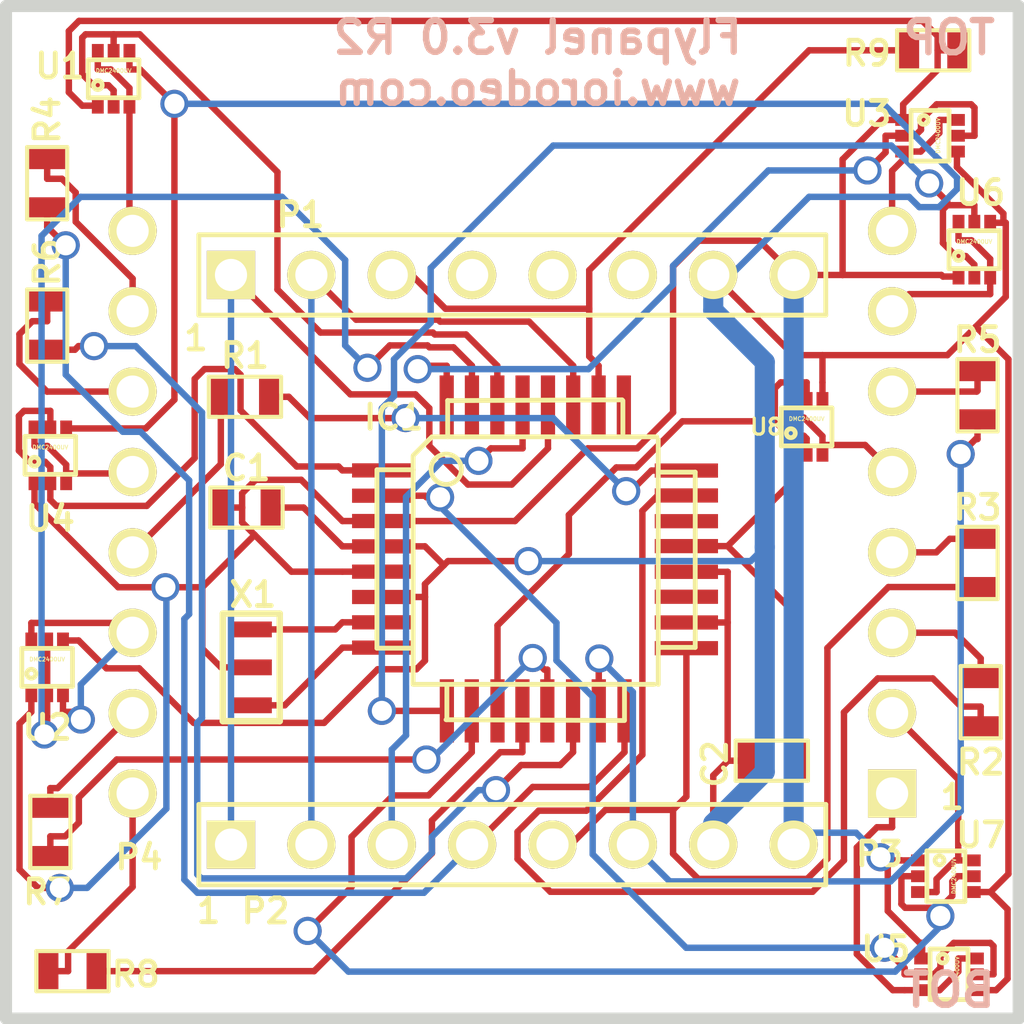
<source format=kicad_pcb>
(kicad_pcb (version 3) (host pcbnew "(2013-jul-07)-stable")

  (general
    (links 91)
    (no_connects 0)
    (area 99.643939 67.642739 132.354061 100.352861)
    (thickness 1.6002)
    (drawings 12)
    (tracks 554)
    (zones 0)
    (modules 24)
    (nets 41)
  )

  (page A4)
  (layers
    (15 Front signal)
    (0 Back signal)
    (16 B.Adhes user)
    (17 F.Adhes user)
    (18 B.Paste user)
    (19 F.Paste user)
    (20 B.SilkS user)
    (21 F.SilkS user)
    (22 B.Mask user)
    (23 F.Mask user)
    (24 Dwgs.User user)
    (25 Cmts.User user)
    (26 Eco1.User user)
    (27 Eco2.User user)
    (28 Edge.Cuts user)
  )

  (setup
    (last_trace_width 0.2032)
    (trace_clearance 0.2032)
    (zone_clearance 0.508)
    (zone_45_only no)
    (trace_min 0.2032)
    (segment_width 0.381)
    (edge_width 0.381)
    (via_size 0.889)
    (via_drill 0.635)
    (via_min_size 0.889)
    (via_min_drill 0.508)
    (uvia_size 0.508)
    (uvia_drill 0.127)
    (uvias_allowed no)
    (uvia_min_size 0.508)
    (uvia_min_drill 0.127)
    (pcb_text_width 0.3048)
    (pcb_text_size 1.524 2.032)
    (mod_edge_width 0.2032)
    (mod_text_size 0.762 0.762)
    (mod_text_width 0.1524)
    (pad_size 0.375 0.5)
    (pad_drill 0)
    (pad_to_mask_clearance 0.254)
    (aux_axis_origin 0 0)
    (visible_elements FFFFFF7F)
    (pcbplotparams
      (layerselection 284196865)
      (usegerberextensions true)
      (excludeedgelayer true)
      (linewidth 0.150000)
      (plotframeref false)
      (viasonmask false)
      (mode 1)
      (useauxorigin false)
      (hpglpennumber 1)
      (hpglpenspeed 20)
      (hpglpendiameter 15)
      (hpglpenoverlay 0)
      (psnegative false)
      (psa4output false)
      (plotreference true)
      (plotvalue true)
      (plotothertext true)
      (plotinvisibletext false)
      (padsonsilk false)
      (subtractmaskfromsilk false)
      (outputformat 1)
      (mirror false)
      (drillshape 0)
      (scaleselection 1)
      (outputdirectory gerber_v3.0r2/))
  )

  (net 0 "")
  (net 1 +5V)
  (net 2 /CAT1)
  (net 3 /CAT2)
  (net 4 /CAT3)
  (net 5 /CAT4)
  (net 6 /CAT5)
  (net 7 /CAT6)
  (net 8 /CAT7)
  (net 9 /CAT8)
  (net 10 /D0)
  (net 11 /D1)
  (net 12 /D2)
  (net 13 /D3)
  (net 14 /D4)
  (net 15 /D5)
  (net 16 /D6)
  (net 17 /D7)
  (net 18 GND)
  (net 19 N-0000016)
  (net 20 N-0000017)
  (net 21 N-0000018)
  (net 22 N-0000019)
  (net 23 N-0000020)
  (net 24 N-0000021)
  (net 25 N-0000022)
  (net 26 N-0000023)
  (net 27 N-0000024)
  (net 28 N-0000025)
  (net 29 N-0000026)
  (net 30 N-0000027)
  (net 31 N-0000028)
  (net 32 N-0000029)
  (net 33 N-0000030)
  (net 34 N-0000031)
  (net 35 N-0000032)
  (net 36 N-0000033)
  (net 37 N-0000034)
  (net 38 N-0000035)
  (net 39 N-0000044)
  (net 40 N-0000045)

  (net_class Default "This is the default net class."
    (clearance 0.2032)
    (trace_width 0.2032)
    (via_dia 0.889)
    (via_drill 0.635)
    (uvia_dia 0.508)
    (uvia_drill 0.127)
    (add_net "")
    (add_net /CAT1)
    (add_net /CAT2)
    (add_net /CAT3)
    (add_net /CAT4)
    (add_net /CAT5)
    (add_net /CAT6)
    (add_net /CAT7)
    (add_net /CAT8)
    (add_net /D0)
    (add_net /D1)
    (add_net /D2)
    (add_net /D3)
    (add_net /D4)
    (add_net /D5)
    (add_net /D6)
    (add_net /D7)
    (add_net N-0000016)
    (add_net N-0000017)
    (add_net N-0000018)
    (add_net N-0000019)
    (add_net N-0000020)
    (add_net N-0000021)
    (add_net N-0000022)
    (add_net N-0000023)
    (add_net N-0000024)
    (add_net N-0000025)
    (add_net N-0000026)
    (add_net N-0000027)
    (add_net N-0000028)
    (add_net N-0000029)
    (add_net N-0000030)
    (add_net N-0000031)
    (add_net N-0000032)
    (add_net N-0000033)
    (add_net N-0000034)
    (add_net N-0000035)
    (add_net N-0000044)
    (add_net N-0000045)
  )

  (net_class VCC ""
    (clearance 0.2032)
    (trace_width 0.2032)
    (via_dia 0.889)
    (via_drill 0.635)
    (uvia_dia 0.508)
    (uvia_drill 0.127)
    (add_net +5V)
    (add_net GND)
  )

  (module SM0603   placed (layer Front) (tedit 5750D249) (tstamp 504E45C0)
    (at 129.3 69.4)
    (path /504A9F2F)
    (attr smd)
    (fp_text reference R9 (at -2.1 0.1) (layer F.SilkS)
      (effects (font (size 0.762 0.762) (thickness 0.1524)))
    )
    (fp_text value 10K (at 0 0) (layer F.SilkS) hide
      (effects (font (size 0.7112 0.4572) (thickness 0.1143)))
    )
    (fp_line (start -1.143 -0.635) (end 1.143 -0.635) (layer F.SilkS) (width 0.127))
    (fp_line (start 1.143 -0.635) (end 1.143 0.635) (layer F.SilkS) (width 0.127))
    (fp_line (start 1.143 0.635) (end -1.143 0.635) (layer F.SilkS) (width 0.127))
    (fp_line (start -1.143 0.635) (end -1.143 -0.635) (layer F.SilkS) (width 0.127))
    (pad 1 smd rect (at -0.762 0) (size 0.635 1.143)
      (layers Front F.Paste F.Mask)
      (net 19 N-0000016)
    )
    (pad 2 smd rect (at 0.762 0) (size 0.635 1.143)
      (layers Front F.Paste F.Mask)
      (net 18 GND)
    )
    (model smd/chip_cms.wrl
      (at (xyz 0 0 0))
      (scale (xyz 0.08 0.08 0.08))
      (rotate (xyz 0 0 0))
    )
  )

  (module SM0603   placed (layer Front) (tedit 5750D2E5) (tstamp 504FCB78)
    (at 102.1 98.5)
    (path /504A6150)
    (attr smd)
    (fp_text reference R8 (at 2 0.1) (layer F.SilkS)
      (effects (font (size 0.762 0.762) (thickness 0.1524)))
    )
    (fp_text value 160 (at 0 0) (layer F.SilkS) hide
      (effects (font (size 0.7112 0.4572) (thickness 0.1143)))
    )
    (fp_line (start -1.143 -0.635) (end 1.143 -0.635) (layer F.SilkS) (width 0.127))
    (fp_line (start 1.143 -0.635) (end 1.143 0.635) (layer F.SilkS) (width 0.127))
    (fp_line (start 1.143 0.635) (end -1.143 0.635) (layer F.SilkS) (width 0.127))
    (fp_line (start -1.143 0.635) (end -1.143 -0.635) (layer F.SilkS) (width 0.127))
    (pad 1 smd rect (at -0.762 0) (size 0.635 1.143)
      (layers Front F.Paste F.Mask)
      (net 21 N-0000018)
    )
    (pad 2 smd rect (at 0.762 0) (size 0.635 1.143)
      (layers Front F.Paste F.Mask)
      (net 32 N-0000029)
    )
    (model smd/chip_cms.wrl
      (at (xyz 0 0 0))
      (scale (xyz 0.08 0.08 0.08))
      (rotate (xyz 0 0 0))
    )
  )

  (module SM0603   placed (layer Front) (tedit 5750D2DB) (tstamp 51030CBE)
    (at 101.4 94.1 270)
    (path /504A6174)
    (attr smd)
    (fp_text reference R7 (at 1.9 0.1 360) (layer F.SilkS)
      (effects (font (size 0.762 0.762) (thickness 0.1524)))
    )
    (fp_text value 160 (at 0 0 270) (layer F.SilkS) hide
      (effects (font (size 0.7112 0.4572) (thickness 0.1143)))
    )
    (fp_line (start -1.143 -0.635) (end 1.143 -0.635) (layer F.SilkS) (width 0.127))
    (fp_line (start 1.143 -0.635) (end 1.143 0.635) (layer F.SilkS) (width 0.127))
    (fp_line (start 1.143 0.635) (end -1.143 0.635) (layer F.SilkS) (width 0.127))
    (fp_line (start -1.143 0.635) (end -1.143 -0.635) (layer F.SilkS) (width 0.127))
    (pad 1 smd rect (at -0.762 0 270) (size 0.635 1.143)
      (layers Front F.Paste F.Mask)
      (net 25 N-0000022)
    )
    (pad 2 smd rect (at 0.762 0 270) (size 0.635 1.143)
      (layers Front F.Paste F.Mask)
      (net 31 N-0000028)
    )
    (model smd/chip_cms.wrl
      (at (xyz 0 0 0))
      (scale (xyz 0.08 0.08 0.08))
      (rotate (xyz 0 0 0))
    )
  )

  (module SM0603   placed (layer Front) (tedit 5750D2B9) (tstamp 504E45BA)
    (at 101.3 78.1 270)
    (path /504A61B4)
    (attr smd)
    (fp_text reference R6 (at -2 0 270) (layer F.SilkS)
      (effects (font (size 0.762 0.762) (thickness 0.1524)))
    )
    (fp_text value 160 (at 0 0 270) (layer F.SilkS) hide
      (effects (font (size 0.7112 0.4572) (thickness 0.1143)))
    )
    (fp_line (start -1.143 -0.635) (end 1.143 -0.635) (layer F.SilkS) (width 0.127))
    (fp_line (start 1.143 -0.635) (end 1.143 0.635) (layer F.SilkS) (width 0.127))
    (fp_line (start 1.143 0.635) (end -1.143 0.635) (layer F.SilkS) (width 0.127))
    (fp_line (start -1.143 0.635) (end -1.143 -0.635) (layer F.SilkS) (width 0.127))
    (pad 1 smd rect (at -0.762 0 270) (size 0.635 1.143)
      (layers Front F.Paste F.Mask)
      (net 20 N-0000017)
    )
    (pad 2 smd rect (at 0.762 0 270) (size 0.635 1.143)
      (layers Front F.Paste F.Mask)
      (net 33 N-0000030)
    )
    (model smd/chip_cms.wrl
      (at (xyz 0 0 0))
      (scale (xyz 0.08 0.08 0.08))
      (rotate (xyz 0 0 0))
    )
  )

  (module SM0603   placed (layer Front) (tedit 52125D0E) (tstamp 504E45B8)
    (at 130.7 80.3 270)
    (path /504A61B3)
    (attr smd)
    (fp_text reference R5 (at -1.75 0 360) (layer F.SilkS)
      (effects (font (size 0.762 0.762) (thickness 0.1524)))
    )
    (fp_text value 160 (at 0 0 270) (layer F.SilkS) hide
      (effects (font (size 0.7112 0.4572) (thickness 0.1143)))
    )
    (fp_line (start -1.143 -0.635) (end 1.143 -0.635) (layer F.SilkS) (width 0.127))
    (fp_line (start 1.143 -0.635) (end 1.143 0.635) (layer F.SilkS) (width 0.127))
    (fp_line (start 1.143 0.635) (end -1.143 0.635) (layer F.SilkS) (width 0.127))
    (fp_line (start -1.143 0.635) (end -1.143 -0.635) (layer F.SilkS) (width 0.127))
    (pad 1 smd rect (at -0.762 0 270) (size 0.635 1.143)
      (layers Front F.Paste F.Mask)
      (net 26 N-0000023)
    )
    (pad 2 smd rect (at 0.762 0 270) (size 0.635 1.143)
      (layers Front F.Paste F.Mask)
      (net 39 N-0000044)
    )
    (model smd/chip_cms.wrl
      (at (xyz 0 0 0))
      (scale (xyz 0.08 0.08 0.08))
      (rotate (xyz 0 0 0))
    )
  )

  (module SM0603   placed (layer Front) (tedit 5750D2AC) (tstamp 504E45B6)
    (at 101.3 73.6 270)
    (path /504A61B7)
    (attr smd)
    (fp_text reference R4 (at -2 0 270) (layer F.SilkS)
      (effects (font (size 0.762 0.762) (thickness 0.1524)))
    )
    (fp_text value 160 (at 0 0 270) (layer F.SilkS) hide
      (effects (font (size 0.7112 0.4572) (thickness 0.1143)))
    )
    (fp_line (start -1.143 -0.635) (end 1.143 -0.635) (layer F.SilkS) (width 0.127))
    (fp_line (start 1.143 -0.635) (end 1.143 0.635) (layer F.SilkS) (width 0.127))
    (fp_line (start 1.143 0.635) (end -1.143 0.635) (layer F.SilkS) (width 0.127))
    (fp_line (start -1.143 0.635) (end -1.143 -0.635) (layer F.SilkS) (width 0.127))
    (pad 1 smd rect (at -0.762 0 270) (size 0.635 1.143)
      (layers Front F.Paste F.Mask)
      (net 37 N-0000034)
    )
    (pad 2 smd rect (at 0.762 0 270) (size 0.635 1.143)
      (layers Front F.Paste F.Mask)
      (net 40 N-0000045)
    )
    (model smd/chip_cms.wrl
      (at (xyz 0 0 0))
      (scale (xyz 0.08 0.08 0.08))
      (rotate (xyz 0 0 0))
    )
  )

  (module SM0603   placed (layer Front) (tedit 52125D06) (tstamp 504E45B4)
    (at 130.7 85.6 270)
    (path /504A61B8)
    (attr smd)
    (fp_text reference R3 (at -1.75 0 360) (layer F.SilkS)
      (effects (font (size 0.762 0.762) (thickness 0.1524)))
    )
    (fp_text value 160 (at 0 0 270) (layer F.SilkS) hide
      (effects (font (size 0.7112 0.4572) (thickness 0.1143)))
    )
    (fp_line (start -1.143 -0.635) (end 1.143 -0.635) (layer F.SilkS) (width 0.127))
    (fp_line (start 1.143 -0.635) (end 1.143 0.635) (layer F.SilkS) (width 0.127))
    (fp_line (start 1.143 0.635) (end -1.143 0.635) (layer F.SilkS) (width 0.127))
    (fp_line (start -1.143 0.635) (end -1.143 -0.635) (layer F.SilkS) (width 0.127))
    (pad 1 smd rect (at -0.762 0 270) (size 0.635 1.143)
      (layers Front F.Paste F.Mask)
      (net 38 N-0000035)
    )
    (pad 2 smd rect (at 0.762 0 270) (size 0.635 1.143)
      (layers Front F.Paste F.Mask)
      (net 22 N-0000019)
    )
    (model smd/chip_cms.wrl
      (at (xyz 0 0 0))
      (scale (xyz 0.08 0.08 0.08))
      (rotate (xyz 0 0 0))
    )
  )

  (module SM0603   placed (layer Front) (tedit 5750D325) (tstamp 5052666E)
    (at 130.8 90 270)
    (path /504A8490)
    (attr smd)
    (fp_text reference R2 (at 1.9 0 360) (layer F.SilkS)
      (effects (font (size 0.762 0.762) (thickness 0.1524)))
    )
    (fp_text value 160 (at 0 0 270) (layer F.SilkS) hide
      (effects (font (size 0.7112 0.4572) (thickness 0.1143)))
    )
    (fp_line (start -1.143 -0.635) (end 1.143 -0.635) (layer F.SilkS) (width 0.127))
    (fp_line (start 1.143 -0.635) (end 1.143 0.635) (layer F.SilkS) (width 0.127))
    (fp_line (start 1.143 0.635) (end -1.143 0.635) (layer F.SilkS) (width 0.127))
    (fp_line (start -1.143 0.635) (end -1.143 -0.635) (layer F.SilkS) (width 0.127))
    (pad 1 smd rect (at -0.762 0 270) (size 0.635 1.143)
      (layers Front F.Paste F.Mask)
      (net 30 N-0000027)
    )
    (pad 2 smd rect (at 0.762 0 270) (size 0.635 1.143)
      (layers Front F.Paste F.Mask)
      (net 34 N-0000031)
    )
    (model smd/chip_cms.wrl
      (at (xyz 0 0 0))
      (scale (xyz 0.08 0.08 0.08))
      (rotate (xyz 0 0 0))
    )
  )

  (module SM0603   placed (layer Front) (tedit 52125C70) (tstamp 504E45B0)
    (at 107.55 80.35)
    (path /504A848F)
    (attr smd)
    (fp_text reference R1 (at 0 -1.3) (layer F.SilkS)
      (effects (font (size 0.762 0.762) (thickness 0.1524)))
    )
    (fp_text value 160 (at 0 0) (layer F.SilkS) hide
      (effects (font (size 0.7112 0.4572) (thickness 0.1143)))
    )
    (fp_line (start -1.143 -0.635) (end 1.143 -0.635) (layer F.SilkS) (width 0.127))
    (fp_line (start 1.143 -0.635) (end 1.143 0.635) (layer F.SilkS) (width 0.127))
    (fp_line (start 1.143 0.635) (end -1.143 0.635) (layer F.SilkS) (width 0.127))
    (fp_line (start -1.143 0.635) (end -1.143 -0.635) (layer F.SilkS) (width 0.127))
    (pad 1 smd rect (at -0.762 0) (size 0.635 1.143)
      (layers Front F.Paste F.Mask)
      (net 29 N-0000026)
    )
    (pad 2 smd rect (at 0.762 0) (size 0.635 1.143)
      (layers Front F.Paste F.Mask)
      (net 35 N-0000032)
    )
    (model smd/chip_cms.wrl
      (at (xyz 0 0 0))
      (scale (xyz 0.08 0.08 0.08))
      (rotate (xyz 0 0 0))
    )
  )

  (module TQFP32   placed (layer Front) (tedit 5122E102) (tstamp 504A5F2E)
    (at 116.75 85.5)
    (path /521254CA)
    (fp_text reference IC1 (at -4.50088 -4.50088) (layer F.SilkS)
      (effects (font (size 0.762 0.762) (thickness 0.1524)))
    )
    (fp_text value ATMEGA328-A (at -0.39878 7.0993) (layer F.SilkS) hide
      (effects (font (size 1.27 1.016) (thickness 0.2032)))
    )
    (fp_line (start 5.0292 2.7686) (end 3.8862 2.7686) (layer F.SilkS) (width 0.1524))
    (fp_line (start 5.0292 -2.7686) (end 3.9116 -2.7686) (layer F.SilkS) (width 0.1524))
    (fp_line (start 5.0292 2.7686) (end 5.0292 -2.7686) (layer F.SilkS) (width 0.1524))
    (fp_line (start 2.794 3.9624) (end 2.794 5.0546) (layer F.SilkS) (width 0.1524))
    (fp_line (start -2.8194 3.9878) (end -2.8194 5.0546) (layer F.SilkS) (width 0.1524))
    (fp_line (start -2.8448 5.0546) (end 2.794 5.08) (layer F.SilkS) (width 0.1524))
    (fp_line (start -2.794 -5.0292) (end 2.7178 -5.0546) (layer F.SilkS) (width 0.1524))
    (fp_line (start -3.8862 -3.2766) (end -3.8862 3.9116) (layer F.SilkS) (width 0.1524))
    (fp_line (start 2.7432 -5.0292) (end 2.7432 -3.9878) (layer F.SilkS) (width 0.1524))
    (fp_line (start -3.2512 -3.8862) (end 3.81 -3.8862) (layer F.SilkS) (width 0.1524))
    (fp_line (start 3.8608 3.937) (end 3.8608 -3.7846) (layer F.SilkS) (width 0.1524))
    (fp_line (start -3.8862 3.937) (end 3.7338 3.937) (layer F.SilkS) (width 0.1524))
    (fp_line (start -5.0292 -2.8448) (end -5.0292 2.794) (layer F.SilkS) (width 0.1524))
    (fp_line (start -5.0292 2.794) (end -3.8862 2.794) (layer F.SilkS) (width 0.1524))
    (fp_line (start -3.87604 -3.302) (end -3.29184 -3.8862) (layer F.SilkS) (width 0.1524))
    (fp_line (start -5.02412 -2.8448) (end -3.87604 -2.8448) (layer F.SilkS) (width 0.1524))
    (fp_line (start -2.794 -3.8862) (end -2.794 -5.03428) (layer F.SilkS) (width 0.1524))
    (fp_circle (center -2.83972 -2.86004) (end -2.43332 -2.60604) (layer F.SilkS) (width 0.1524))
    (pad 8 smd rect (at -4.81584 2.77622) (size 1.99898 0.44958)
      (layers Front F.Paste F.Mask)
      (net 36 N-0000033)
    )
    (pad 7 smd rect (at -4.81584 1.97612) (size 1.99898 0.44958)
      (layers Front F.Paste F.Mask)
      (net 23 N-0000020)
    )
    (pad 6 smd rect (at -4.81584 1.17602) (size 1.99898 0.44958)
      (layers Front F.Paste F.Mask)
      (net 1 +5V)
    )
    (pad 5 smd rect (at -4.81584 0.37592) (size 1.99898 0.44958)
      (layers Front F.Paste F.Mask)
      (net 18 GND)
    )
    (pad 4 smd rect (at -4.81584 -0.42418) (size 1.99898 0.44958)
      (layers Front F.Paste F.Mask)
      (net 1 +5V)
    )
    (pad 3 smd rect (at -4.81584 -1.22428) (size 1.99898 0.44958)
      (layers Front F.Paste F.Mask)
      (net 18 GND)
    )
    (pad 2 smd rect (at -4.81584 -2.02438) (size 1.99898 0.44958)
      (layers Front F.Paste F.Mask)
      (net 14 /D4)
    )
    (pad 1 smd rect (at -4.81584 -2.82448) (size 1.99898 0.44958)
      (layers Front F.Paste F.Mask)
      (net 13 /D3)
    )
    (pad 24 smd rect (at 4.7498 -2.8194) (size 1.99898 0.44958)
      (layers Front F.Paste F.Mask)
      (net 35 N-0000032)
    )
    (pad 17 smd rect (at 4.7498 2.794) (size 1.99898 0.44958)
      (layers Front F.Paste F.Mask)
      (net 22 N-0000019)
    )
    (pad 18 smd rect (at 4.7498 1.9812) (size 1.99898 0.44958)
      (layers Front F.Paste F.Mask)
      (net 1 +5V)
    )
    (pad 19 smd rect (at 4.7498 1.1684) (size 1.99898 0.44958)
      (layers Front F.Paste F.Mask)
    )
    (pad 20 smd rect (at 4.7498 0.381) (size 1.99898 0.44958)
      (layers Front F.Paste F.Mask)
      (net 1 +5V)
    )
    (pad 21 smd rect (at 4.7498 -0.4318) (size 1.99898 0.44958)
      (layers Front F.Paste F.Mask)
      (net 18 GND)
    )
    (pad 22 smd rect (at 4.7498 -1.2192) (size 1.99898 0.44958)
      (layers Front F.Paste F.Mask)
    )
    (pad 23 smd rect (at 4.7498 -2.032) (size 1.99898 0.44958)
      (layers Front F.Paste F.Mask)
      (net 34 N-0000031)
    )
    (pad 32 smd rect (at -2.82448 -4.826) (size 0.44958 1.99898)
      (layers Front F.Paste F.Mask)
      (net 12 /D2)
    )
    (pad 31 smd rect (at -2.02692 -4.826) (size 0.44958 1.99898)
      (layers Front F.Paste F.Mask)
      (net 11 /D1)
    )
    (pad 30 smd rect (at -1.22428 -4.826) (size 0.44958 1.99898)
      (layers Front F.Paste F.Mask)
      (net 10 /D0)
    )
    (pad 29 smd rect (at -0.42672 -4.826) (size 0.44958 1.99898)
      (layers Front F.Paste F.Mask)
      (net 27 N-0000024)
    )
    (pad 28 smd rect (at 0.37592 -4.826) (size 0.44958 1.99898)
      (layers Front F.Paste F.Mask)
      (net 28 N-0000025)
    )
    (pad 27 smd rect (at 1.17348 -4.826) (size 0.44958 1.99898)
      (layers Front F.Paste F.Mask)
      (net 24 N-0000021)
    )
    (pad 26 smd rect (at 1.97612 -4.826) (size 0.44958 1.99898)
      (layers Front F.Paste F.Mask)
      (net 19 N-0000016)
    )
    (pad 25 smd rect (at 2.77368 -4.826) (size 0.44958 1.99898)
      (layers Front F.Paste F.Mask)
    )
    (pad 9 smd rect (at -2.8194 4.7752) (size 0.44958 1.99898)
      (layers Front F.Paste F.Mask)
      (net 15 /D5)
    )
    (pad 10 smd rect (at -2.032 4.7752) (size 0.44958 1.99898)
      (layers Front F.Paste F.Mask)
      (net 16 /D6)
    )
    (pad 11 smd rect (at -1.2192 4.7752) (size 0.44958 1.99898)
      (layers Front F.Paste F.Mask)
      (net 17 /D7)
    )
    (pad 12 smd rect (at -0.4318 4.7752) (size 0.44958 1.99898)
      (layers Front F.Paste F.Mask)
      (net 32 N-0000029)
    )
    (pad 13 smd rect (at 0.3556 4.7752) (size 0.44958 1.99898)
      (layers Front F.Paste F.Mask)
      (net 31 N-0000028)
    )
    (pad 14 smd rect (at 1.1684 4.7752) (size 0.44958 1.99898)
      (layers Front F.Paste F.Mask)
      (net 33 N-0000030)
    )
    (pad 15 smd rect (at 1.9812 4.7752) (size 0.44958 1.99898)
      (layers Front F.Paste F.Mask)
      (net 39 N-0000044)
    )
    (pad 16 smd rect (at 2.794 4.7752) (size 0.44958 1.99898)
      (layers Front F.Paste F.Mask)
      (net 40 N-0000045)
    )
    (model smd/tqfp32.wrl
      (at (xyz 0 0 0))
      (scale (xyz 1 1 1))
      (rotate (xyz 0 0 0))
    )
  )

  (module LED_8x8 (layer Front) (tedit 5102FDA6) (tstamp 504E479F)
    (at 115.999 83.9978)
    (descr "LED 8x8 Matrix w/ 8x1 Peel-A-Way connectors (terminal type 210)")
    (tags LED)
    (path /504A5C6B)
    (fp_text reference MATRIX1 (at 0.9906 -10.9474) (layer F.SilkS) hide
      (effects (font (size 0.7493 0.7493) (thickness 0.14986)))
    )
    (fp_text value LED_8X8 (at 0 3.302) (layer F.SilkS) hide
      (effects (font (size 1.016 1.016) (thickness 0.2032)))
    )
    (fp_line (start -15.99946 -15.99946) (end 15.99946 -15.99946) (layer Dwgs.User) (width 0.3048))
    (fp_line (start 15.99946 -15.99946) (end 15.99946 15.99946) (layer Dwgs.User) (width 0.3048))
    (fp_line (start 15.99946 15.99946) (end -15.99946 15.99946) (layer Dwgs.User) (width 0.3048))
    (fp_line (start -15.99946 15.99946) (end -15.99946 -15.99946) (layer Dwgs.User) (width 0.3048))
    (fp_line (start -10.72896 -9.90854) (end -10.72896 9.90346) (layer Dwgs.User) (width 0.3048))
    (fp_line (start -13.26896 9.90346) (end -13.26896 -9.90854) (layer Dwgs.User) (width 0.3048))
    (fp_line (start -13.26896 9.90346) (end -10.72896 9.90346) (layer Dwgs.User) (width 0.3048))
    (fp_line (start -13.26896 -9.90854) (end -10.72896 -9.90854) (layer Dwgs.User) (width 0.3048))
    (fp_line (start 10.7315 -9.90854) (end 13.2715 -9.90854) (layer Dwgs.User) (width 0.3048))
    (fp_line (start 10.7315 9.90346) (end 13.2715 9.90346) (layer Dwgs.User) (width 0.3048))
    (fp_line (start 10.7315 9.90346) (end 10.7315 -9.90854) (layer Dwgs.User) (width 0.3048))
    (fp_line (start 13.2715 -9.90854) (end 13.2715 9.90346) (layer Dwgs.User) (width 0.3048))
    (pad 9 thru_hole circle (at -11.99896 -8.89254 90) (size 1.524 1.524) (drill 1.016)
      (layers *.Cu *.Mask F.SilkS)
      (net 9 /CAT8)
    )
    (pad 10 thru_hole circle (at -11.99896 -6.35254 90) (size 1.524 1.524) (drill 1.016)
      (layers *.Cu *.Mask F.SilkS)
      (net 37 N-0000034)
    )
    (pad 11 thru_hole circle (at -11.99896 -3.81254 90) (size 1.524 1.524) (drill 1.016)
      (layers *.Cu *.Mask F.SilkS)
      (net 20 N-0000017)
    )
    (pad 12 thru_hole circle (at -11.99896 -1.27254 90) (size 1.524 1.524) (drill 1.016)
      (layers *.Cu *.Mask F.SilkS)
      (net 6 /CAT5)
    )
    (pad 13 thru_hole circle (at -11.99896 1.26746 90) (size 1.524 1.524) (drill 1.016)
      (layers *.Cu *.Mask F.SilkS)
      (net 29 N-0000026)
    )
    (pad 14 thru_hole circle (at -11.99896 3.80746 90) (size 1.524 1.524) (drill 1.016)
      (layers *.Cu *.Mask F.SilkS)
      (net 8 /CAT7)
    )
    (pad 15 thru_hole circle (at -11.99896 6.34746 90) (size 1.524 1.524) (drill 1.016)
      (layers *.Cu *.Mask F.SilkS)
      (net 25 N-0000022)
    )
    (pad 16 thru_hole circle (at -11.99896 8.88746) (size 1.524 1.524) (drill 1.016)
      (layers *.Cu *.Mask F.SilkS)
      (net 21 N-0000018)
    )
    (pad 1 thru_hole rect (at 12.0015 8.88746) (size 1.524 1.524) (drill 1.016)
      (layers *.Cu *.Mask F.SilkS)
      (net 5 /CAT4)
    )
    (pad 2 thru_hole circle (at 12.0015 6.34746 90) (size 1.524 1.524) (drill 1.016)
      (layers *.Cu *.Mask F.SilkS)
      (net 3 /CAT2)
    )
    (pad 3 thru_hole circle (at 12.0015 3.80746 90) (size 1.524 1.524) (drill 1.016)
      (layers *.Cu *.Mask F.SilkS)
      (net 30 N-0000027)
    )
    (pad 4 thru_hole circle (at 12.0015 1.26746 90) (size 1.524 1.524) (drill 1.016)
      (layers *.Cu *.Mask F.SilkS)
      (net 38 N-0000035)
    )
    (pad 5 thru_hole circle (at 12.0015 -1.27254 90) (size 1.524 1.524) (drill 1.016)
      (layers *.Cu *.Mask F.SilkS)
      (net 2 /CAT1)
    )
    (pad 6 thru_hole circle (at 12.0015 -3.81254 90) (size 1.524 1.524) (drill 1.016)
      (layers *.Cu *.Mask F.SilkS)
      (net 26 N-0000023)
    )
    (pad 7 thru_hole circle (at 12.0015 -6.35254 90) (size 1.524 1.524) (drill 1.016)
      (layers *.Cu *.Mask F.SilkS)
      (net 4 /CAT3)
    )
    (pad 8 thru_hole circle (at 12.0015 -8.89254 90) (size 1.524 1.524) (drill 1.016)
      (layers *.Cu *.Mask F.SilkS)
      (net 7 /CAT6)
    )
  )

  (module SM0603 (layer Front) (tedit 52125C96) (tstamp 504FBC90)
    (at 124.2 91.85)
    (path /504FBC27)
    (attr smd)
    (fp_text reference C2 (at -1.8 0.1 90) (layer F.SilkS)
      (effects (font (size 0.7493 0.7493) (thickness 0.14986)))
    )
    (fp_text value 0.1uF (at 0 0) (layer F.SilkS) hide
      (effects (font (size 0.7112 0.4572) (thickness 0.1143)))
    )
    (fp_line (start -1.143 -0.635) (end 1.143 -0.635) (layer F.SilkS) (width 0.127))
    (fp_line (start 1.143 -0.635) (end 1.143 0.635) (layer F.SilkS) (width 0.127))
    (fp_line (start 1.143 0.635) (end -1.143 0.635) (layer F.SilkS) (width 0.127))
    (fp_line (start -1.143 0.635) (end -1.143 -0.635) (layer F.SilkS) (width 0.127))
    (pad 1 smd rect (at -0.762 0) (size 0.635 1.143)
      (layers Front F.Paste F.Mask)
      (net 1 +5V)
    )
    (pad 2 smd rect (at 0.762 0) (size 0.635 1.143)
      (layers Front F.Paste F.Mask)
      (net 18 GND)
    )
    (model smd/chip_cms.wrl
      (at (xyz 0 0 0))
      (scale (xyz 0.08 0.08 0.08))
      (rotate (xyz 0 0 0))
    )
  )

  (module SM0603 (layer Front) (tedit 52125C5F) (tstamp 510305CF)
    (at 107.6 83.85 180)
    (path /504E3A3D)
    (attr smd)
    (fp_text reference C1 (at 0 1.25 180) (layer F.SilkS)
      (effects (font (size 0.762 0.762) (thickness 0.1524)))
    )
    (fp_text value 0.1uF (at 0 0 180) (layer F.SilkS) hide
      (effects (font (size 0.7112 0.4572) (thickness 0.1143)))
    )
    (fp_line (start -1.143 -0.635) (end 1.143 -0.635) (layer F.SilkS) (width 0.127))
    (fp_line (start 1.143 -0.635) (end 1.143 0.635) (layer F.SilkS) (width 0.127))
    (fp_line (start 1.143 0.635) (end -1.143 0.635) (layer F.SilkS) (width 0.127))
    (fp_line (start -1.143 0.635) (end -1.143 -0.635) (layer F.SilkS) (width 0.127))
    (pad 1 smd rect (at -0.762 0 180) (size 0.635 1.143)
      (layers Front F.Paste F.Mask)
      (net 1 +5V)
    )
    (pad 2 smd rect (at 0.762 0 180) (size 0.635 1.143)
      (layers Front F.Paste F.Mask)
      (net 18 GND)
    )
    (model smd/chip_cms.wrl
      (at (xyz 0 0 0))
      (scale (xyz 0.08 0.08 0.08))
      (rotate (xyz 0 0 0))
    )
  )

  (module CONN_8x1 (layer Front) (tedit 5750D362) (tstamp 504F7B00)
    (at 115.999 76.4997)
    (descr "Pin connector 8x1")
    (tags CONN)
    (path /504A999C)
    (fp_text reference P1 (at -6.699 -1.8997) (layer F.SilkS)
      (effects (font (size 0.762 0.762) (thickness 0.1524)))
    )
    (fp_text value CONN_8 (at 0 3.302) (layer F.SilkS) hide
      (effects (font (size 1.016 1.016) (thickness 0.2032)))
    )
    (fp_line (start 9.906 -1.27) (end 9.906 1.27) (layer F.SilkS) (width 0.1524))
    (fp_line (start -9.906 -1.27) (end -9.906 1.27) (layer F.SilkS) (width 0.1524))
    (fp_line (start -9.906 -1.27) (end 9.906 -1.27) (layer F.SilkS) (width 0.1524))
    (fp_line (start 9.906 1.27) (end -9.906 1.27) (layer F.SilkS) (width 0.1524))
    (pad 1 thru_hole rect (at -8.89 0) (size 1.524 1.524) (drill 1.016)
      (layers *.Cu *.Mask F.SilkS)
      (net 28 N-0000025)
    )
    (pad 2 thru_hole circle (at -6.35 0) (size 1.524 1.524) (drill 1.016)
      (layers *.Cu *.Mask F.SilkS)
      (net 24 N-0000021)
    )
    (pad 3 thru_hole circle (at -3.81 0) (size 1.524 1.524) (drill 1.016)
      (layers *.Cu *.Mask F.SilkS)
      (net 19 N-0000016)
    )
    (pad 4 thru_hole circle (at -1.27 0) (size 1.524 1.524) (drill 1.016)
      (layers *.Cu *.Mask F.SilkS)
    )
    (pad 5 thru_hole circle (at 1.27 0) (size 1.524 1.524) (drill 1.016)
      (layers *.Cu *.Mask F.SilkS)
    )
    (pad 6 thru_hole circle (at 3.81 0) (size 1.524 1.524) (drill 1.016)
      (layers *.Cu *.Mask F.SilkS)
    )
    (pad 7 thru_hole circle (at 6.35 0) (size 1.524 1.524) (drill 1.016)
      (layers *.Cu *.Mask F.SilkS)
      (net 1 +5V)
    )
    (pad 8 thru_hole circle (at 8.89 0) (size 1.524 1.524) (drill 1.016)
      (layers *.Cu *.Mask F.SilkS)
      (net 18 GND)
    )
  )

  (module CONN_8x1 (layer Front) (tedit 5750D2F3) (tstamp 504F6879)
    (at 115.999 94.5007)
    (descr "Pin connector 8x1")
    (tags CONN)
    (path /504A9C94)
    (fp_text reference P2 (at -7.799 2.0993) (layer F.SilkS)
      (effects (font (size 0.762 0.762) (thickness 0.1524)))
    )
    (fp_text value CONN_8 (at 0 3.302) (layer F.SilkS) hide
      (effects (font (size 1.016 1.016) (thickness 0.2032)))
    )
    (fp_line (start 9.906 -1.27) (end 9.906 1.27) (layer F.SilkS) (width 0.1524))
    (fp_line (start -9.906 -1.27) (end -9.906 1.27) (layer F.SilkS) (width 0.1524))
    (fp_line (start -9.906 -1.27) (end 9.906 -1.27) (layer F.SilkS) (width 0.1524))
    (fp_line (start 9.906 1.27) (end -9.906 1.27) (layer F.SilkS) (width 0.1524))
    (pad 1 thru_hole rect (at -8.89 0) (size 1.524 1.524) (drill 1.016)
      (layers *.Cu *.Mask F.SilkS)
      (net 28 N-0000025)
    )
    (pad 2 thru_hole circle (at -6.35 0) (size 1.524 1.524) (drill 1.016)
      (layers *.Cu *.Mask F.SilkS)
      (net 24 N-0000021)
    )
    (pad 3 thru_hole circle (at -3.81 0) (size 1.524 1.524) (drill 1.016)
      (layers *.Cu *.Mask F.SilkS)
      (net 27 N-0000024)
    )
    (pad 4 thru_hole circle (at -1.27 0) (size 1.524 1.524) (drill 1.016)
      (layers *.Cu *.Mask F.SilkS)
      (net 40 N-0000045)
    )
    (pad 5 thru_hole circle (at 1.27 0) (size 1.524 1.524) (drill 1.016)
      (layers *.Cu *.Mask F.SilkS)
      (net 22 N-0000019)
    )
    (pad 6 thru_hole circle (at 3.81 0) (size 1.524 1.524) (drill 1.016)
      (layers *.Cu *.Mask F.SilkS)
      (net 39 N-0000044)
    )
    (pad 7 thru_hole circle (at 6.35 0) (size 1.524 1.524) (drill 1.016)
      (layers *.Cu *.Mask F.SilkS)
      (net 1 +5V)
    )
    (pad 8 thru_hole circle (at 8.89 0) (size 1.524 1.524) (drill 1.016)
      (layers *.Cu *.Mask F.SilkS)
      (net 18 GND)
    )
  )

  (module XZL_CR (layer Front) (tedit 52125CB1) (tstamp 5102F859)
    (at 107.75 88.9 270)
    (tags "Resonator, Ceramic")
    (path /504E3C39)
    (fp_text reference X1 (at -2.3 -0.05 360) (layer F.SilkS)
      (effects (font (size 0.762 0.762) (thickness 0.1524)))
    )
    (fp_text value CER_RESO (at 0.8001 2.4003 270) (layer F.SilkS) hide
      (effects (font (size 1.27 1.27) (thickness 0.2032)))
    )
    (fp_line (start -1.69926 -0.89916) (end 1.69926 -0.89916) (layer F.SilkS) (width 0.2032))
    (fp_line (start 1.69926 -0.89916) (end 1.69926 0.89916) (layer F.SilkS) (width 0.2032))
    (fp_line (start 1.69926 0.89916) (end -1.69926 0.89916) (layer F.SilkS) (width 0.2032))
    (fp_line (start -1.69926 0.89916) (end -1.69926 -0.89916) (layer F.SilkS) (width 0.2032))
    (pad 2 smd rect (at 0 0 270) (size 0.50038 1.30048)
      (layers Front F.Paste F.Mask)
      (net 18 GND)
    )
    (pad 3 smd rect (at 1.19888 0 270) (size 0.50038 1.30048)
      (layers Front F.Paste F.Mask)
      (net 36 N-0000033)
    )
    (pad 1 smd rect (at -1.19888 0 270) (size 0.50038 1.30048)
      (layers Front F.Paste F.Mask)
      (net 23 N-0000020)
    )
  )

  (module DMC2400UV (layer Front) (tedit 5750D2A2) (tstamp 574237E4)
    (at 103.4 70.3)
    (path /57423259)
    (fp_text reference U1 (at -1.7 -0.4) (layer F.SilkS)
      (effects (font (size 0.762 0.762) (thickness 0.1524)))
    )
    (fp_text value DMC2400UV (at 0 -0.254) (layer F.SilkS)
      (effects (font (size 0.127 0.127) (thickness 0.0254)))
    )
    (fp_circle (center -0.5 0.2) (end -0.4 0.3) (layer F.SilkS) (width 0.15))
    (fp_line (start 0.8 -0.6) (end 0.8 0.6) (layer F.SilkS) (width 0.15))
    (fp_line (start 0.8 0.6) (end -0.8 0.6) (layer F.SilkS) (width 0.15))
    (fp_line (start -0.8 0.6) (end -0.8 -0.6) (layer F.SilkS) (width 0.15))
    (fp_line (start -0.8 -0.6) (end 0.8 -0.6) (layer F.SilkS) (width 0.15))
    (pad 1 smd rect (at -0.5 0.85) (size 0.375 0.5)
      (layers Front F.Paste F.Mask)
      (net 18 GND)
      (clearance 0.1)
    )
    (pad 2 smd rect (at 0 0.85) (size 0.375 0.5)
      (layers Front F.Paste F.Mask)
      (net 10 /D0)
      (clearance 0.1)
    )
    (pad 3 smd rect (at 0.5 0.85) (size 0.375 0.5)
      (layers Front F.Paste F.Mask)
      (net 9 /CAT8)
      (clearance 0.1)
    )
    (pad 4 smd rect (at 0.5 -0.85) (size 0.375 0.5)
      (layers Front F.Paste F.Mask)
      (net 1 +5V)
      (clearance 0.1)
    )
    (pad 5 smd rect (at 0 -0.85) (size 0.375 0.5)
      (layers Front F.Paste F.Mask)
      (net 10 /D0)
      (clearance 0.1)
    )
    (pad 6 smd rect (at -0.5 -0.85) (size 0.375 0.5)
      (layers Front F.Paste F.Mask)
      (net 9 /CAT8)
      (clearance 0.1)
    )
  )

  (module DMC2400UV (layer Front) (tedit 5750D2D0) (tstamp 574237F3)
    (at 101.3 88.9)
    (path /574235B6)
    (fp_text reference U2 (at 0 1.9) (layer F.SilkS)
      (effects (font (size 0.762 0.762) (thickness 0.1524)))
    )
    (fp_text value DMC2400UV (at 0 -0.254) (layer F.SilkS)
      (effects (font (size 0.127 0.127) (thickness 0.0254)))
    )
    (fp_circle (center -0.5 0.2) (end -0.4 0.3) (layer F.SilkS) (width 0.15))
    (fp_line (start 0.8 -0.6) (end 0.8 0.6) (layer F.SilkS) (width 0.15))
    (fp_line (start 0.8 0.6) (end -0.8 0.6) (layer F.SilkS) (width 0.15))
    (fp_line (start -0.8 0.6) (end -0.8 -0.6) (layer F.SilkS) (width 0.15))
    (fp_line (start -0.8 -0.6) (end 0.8 -0.6) (layer F.SilkS) (width 0.15))
    (pad 1 smd rect (at -0.5 0.85) (size 0.375 0.5)
      (layers Front F.Paste F.Mask)
      (net 18 GND)
      (clearance 0.1)
    )
    (pad 2 smd rect (at 0 0.85) (size 0.375 0.5)
      (layers Front F.Paste F.Mask)
      (net 11 /D1)
      (clearance 0.1)
    )
    (pad 3 smd rect (at 0.5 0.85) (size 0.375 0.5)
      (layers Front F.Paste F.Mask)
      (net 8 /CAT7)
      (clearance 0.1)
    )
    (pad 4 smd rect (at 0.5 -0.85) (size 0.375 0.5)
      (layers Front F.Paste F.Mask)
      (net 1 +5V)
      (clearance 0.1)
    )
    (pad 5 smd rect (at 0 -0.85) (size 0.375 0.5)
      (layers Front F.Paste F.Mask)
      (net 11 /D1)
      (clearance 0.1)
    )
    (pad 6 smd rect (at -0.5 -0.85) (size 0.375 0.5)
      (layers Front F.Paste F.Mask)
      (net 8 /CAT7)
      (clearance 0.1)
    )
  )

  (module DMC2400UV (layer Front) (tedit 5750D347) (tstamp 57423802)
    (at 129.2 72.1 270)
    (path /574235DB)
    (fp_text reference U3 (at -0.7 2 360) (layer F.SilkS)
      (effects (font (size 0.762 0.762) (thickness 0.1524)))
    )
    (fp_text value DMC2400UV (at 0 -0.254 270) (layer F.SilkS)
      (effects (font (size 0.127 0.127) (thickness 0.0254)))
    )
    (fp_circle (center -0.5 0.2) (end -0.4 0.3) (layer F.SilkS) (width 0.15))
    (fp_line (start 0.8 -0.6) (end 0.8 0.6) (layer F.SilkS) (width 0.15))
    (fp_line (start 0.8 0.6) (end -0.8 0.6) (layer F.SilkS) (width 0.15))
    (fp_line (start -0.8 0.6) (end -0.8 -0.6) (layer F.SilkS) (width 0.15))
    (fp_line (start -0.8 -0.6) (end 0.8 -0.6) (layer F.SilkS) (width 0.15))
    (pad 1 smd rect (at -0.5 0.85 270) (size 0.375 0.5)
      (layers Front F.Paste F.Mask)
      (net 18 GND)
      (clearance 0.1)
    )
    (pad 2 smd rect (at 0 0.85 270) (size 0.375 0.5)
      (layers Front F.Paste F.Mask)
      (net 12 /D2)
      (clearance 0.1)
    )
    (pad 3 smd rect (at 0.5 0.85 270) (size 0.375 0.5)
      (layers Front F.Paste F.Mask)
      (net 7 /CAT6)
      (clearance 0.1)
    )
    (pad 4 smd rect (at 0.5 -0.85 270) (size 0.375 0.5)
      (layers Front F.Paste F.Mask)
      (net 1 +5V)
      (clearance 0.1)
    )
    (pad 5 smd rect (at 0 -0.85 270) (size 0.375 0.5)
      (layers Front F.Paste F.Mask)
      (net 12 /D2)
      (clearance 0.1)
    )
    (pad 6 smd rect (at -0.5 -0.85 270) (size 0.375 0.5)
      (layers Front F.Paste F.Mask)
      (net 7 /CAT6)
      (clearance 0.1)
    )
  )

  (module DMC2400UV (layer Front) (tedit 5750D2C5) (tstamp 57423811)
    (at 101.4 82.2)
    (path /574235FF)
    (fp_text reference U4 (at 0 2) (layer F.SilkS)
      (effects (font (size 0.762 0.762) (thickness 0.1524)))
    )
    (fp_text value DMC2400UV (at 0 -0.254) (layer F.SilkS)
      (effects (font (size 0.127 0.127) (thickness 0.0254)))
    )
    (fp_circle (center -0.5 0.2) (end -0.4 0.3) (layer F.SilkS) (width 0.15))
    (fp_line (start 0.8 -0.6) (end 0.8 0.6) (layer F.SilkS) (width 0.15))
    (fp_line (start 0.8 0.6) (end -0.8 0.6) (layer F.SilkS) (width 0.15))
    (fp_line (start -0.8 0.6) (end -0.8 -0.6) (layer F.SilkS) (width 0.15))
    (fp_line (start -0.8 -0.6) (end 0.8 -0.6) (layer F.SilkS) (width 0.15))
    (pad 1 smd rect (at -0.5 0.85) (size 0.375 0.5)
      (layers Front F.Paste F.Mask)
      (net 18 GND)
      (clearance 0.1)
    )
    (pad 2 smd rect (at 0 0.85) (size 0.375 0.5)
      (layers Front F.Paste F.Mask)
      (net 13 /D3)
      (clearance 0.1)
    )
    (pad 3 smd rect (at 0.5 0.85) (size 0.375 0.5)
      (layers Front F.Paste F.Mask)
      (net 6 /CAT5)
      (clearance 0.1)
    )
    (pad 4 smd rect (at 0.5 -0.85) (size 0.375 0.5)
      (layers Front F.Paste F.Mask)
      (net 1 +5V)
      (clearance 0.1)
    )
    (pad 5 smd rect (at 0 -0.85) (size 0.375 0.5)
      (layers Front F.Paste F.Mask)
      (net 13 /D3)
      (clearance 0.1)
    )
    (pad 6 smd rect (at -0.5 -0.85) (size 0.375 0.5)
      (layers Front F.Paste F.Mask)
      (net 6 /CAT5)
      (clearance 0.1)
    )
  )

  (module DMC2400UV (layer Front) (tedit 5750D30E) (tstamp 57423820)
    (at 129.8 98.6 270)
    (path /57423624)
    (fp_text reference U5 (at -0.8 2 360) (layer F.SilkS)
      (effects (font (size 0.762 0.762) (thickness 0.1524)))
    )
    (fp_text value DMC2400UV (at 0 -0.254 270) (layer F.SilkS)
      (effects (font (size 0.127 0.127) (thickness 0.0254)))
    )
    (fp_circle (center -0.5 0.2) (end -0.4 0.3) (layer F.SilkS) (width 0.15))
    (fp_line (start 0.8 -0.6) (end 0.8 0.6) (layer F.SilkS) (width 0.15))
    (fp_line (start 0.8 0.6) (end -0.8 0.6) (layer F.SilkS) (width 0.15))
    (fp_line (start -0.8 0.6) (end -0.8 -0.6) (layer F.SilkS) (width 0.15))
    (fp_line (start -0.8 -0.6) (end 0.8 -0.6) (layer F.SilkS) (width 0.15))
    (pad 1 smd rect (at -0.5 0.85 270) (size 0.375 0.5)
      (layers Front F.Paste F.Mask)
      (net 18 GND)
      (clearance 0.1)
    )
    (pad 2 smd rect (at 0 0.85 270) (size 0.375 0.5)
      (layers Front F.Paste F.Mask)
      (net 14 /D4)
      (clearance 0.1)
    )
    (pad 3 smd rect (at 0.5 0.85 270) (size 0.375 0.5)
      (layers Front F.Paste F.Mask)
      (net 5 /CAT4)
      (clearance 0.1)
    )
    (pad 4 smd rect (at 0.5 -0.85 270) (size 0.375 0.5)
      (layers Front F.Paste F.Mask)
      (net 1 +5V)
      (clearance 0.1)
    )
    (pad 5 smd rect (at 0 -0.85 270) (size 0.375 0.5)
      (layers Front F.Paste F.Mask)
      (net 14 /D4)
      (clearance 0.1)
    )
    (pad 6 smd rect (at -0.5 -0.85 270) (size 0.375 0.5)
      (layers Front F.Paste F.Mask)
      (net 5 /CAT4)
      (clearance 0.1)
    )
  )

  (module DMC2400UV (layer Front) (tedit 5750D33C) (tstamp 5742382F)
    (at 130.6 75.7)
    (path /57423648)
    (fp_text reference U6 (at 0.2 -1.8) (layer F.SilkS)
      (effects (font (size 0.762 0.762) (thickness 0.1524)))
    )
    (fp_text value DMC2400UV (at 0 -0.254) (layer F.SilkS)
      (effects (font (size 0.127 0.127) (thickness 0.0254)))
    )
    (fp_circle (center -0.5 0.2) (end -0.4 0.3) (layer F.SilkS) (width 0.15))
    (fp_line (start 0.8 -0.6) (end 0.8 0.6) (layer F.SilkS) (width 0.15))
    (fp_line (start 0.8 0.6) (end -0.8 0.6) (layer F.SilkS) (width 0.15))
    (fp_line (start -0.8 0.6) (end -0.8 -0.6) (layer F.SilkS) (width 0.15))
    (fp_line (start -0.8 -0.6) (end 0.8 -0.6) (layer F.SilkS) (width 0.15))
    (pad 1 smd rect (at -0.5 0.85) (size 0.375 0.5)
      (layers Front F.Paste F.Mask)
      (net 18 GND)
      (clearance 0.1)
    )
    (pad 2 smd rect (at 0 0.85) (size 0.375 0.5)
      (layers Front F.Paste F.Mask)
      (net 15 /D5)
      (clearance 0.1)
    )
    (pad 3 smd rect (at 0.5 0.85) (size 0.375 0.5)
      (layers Front F.Paste F.Mask)
      (net 4 /CAT3)
      (clearance 0.1)
    )
    (pad 4 smd rect (at 0.5 -0.85) (size 0.375 0.5)
      (layers Front F.Paste F.Mask)
      (net 1 +5V)
      (clearance 0.1)
    )
    (pad 5 smd rect (at 0 -0.85) (size 0.375 0.5)
      (layers Front F.Paste F.Mask)
      (net 15 /D5)
      (clearance 0.1)
    )
    (pad 6 smd rect (at -0.5 -0.85) (size 0.375 0.5)
      (layers Front F.Paste F.Mask)
      (net 4 /CAT3)
      (clearance 0.1)
    )
  )

  (module DMC2400UV (layer Front) (tedit 5750D304) (tstamp 5742383E)
    (at 129.7 95.5 270)
    (path /5742366D)
    (fp_text reference U7 (at -1.3 -1.1 360) (layer F.SilkS)
      (effects (font (size 0.762 0.762) (thickness 0.1524)))
    )
    (fp_text value DMC2400UV (at 0 -0.254 270) (layer F.SilkS)
      (effects (font (size 0.127 0.127) (thickness 0.0254)))
    )
    (fp_circle (center -0.5 0.2) (end -0.4 0.3) (layer F.SilkS) (width 0.15))
    (fp_line (start 0.8 -0.6) (end 0.8 0.6) (layer F.SilkS) (width 0.15))
    (fp_line (start 0.8 0.6) (end -0.8 0.6) (layer F.SilkS) (width 0.15))
    (fp_line (start -0.8 0.6) (end -0.8 -0.6) (layer F.SilkS) (width 0.15))
    (fp_line (start -0.8 -0.6) (end 0.8 -0.6) (layer F.SilkS) (width 0.15))
    (pad 1 smd rect (at -0.5 0.85 270) (size 0.375 0.5)
      (layers Front F.Paste F.Mask)
      (net 18 GND)
      (clearance 0.1)
    )
    (pad 2 smd rect (at 0 0.85 270) (size 0.375 0.5)
      (layers Front F.Paste F.Mask)
      (net 16 /D6)
      (clearance 0.1)
    )
    (pad 3 smd rect (at 0.5 0.85 270) (size 0.375 0.5)
      (layers Front F.Paste F.Mask)
      (net 3 /CAT2)
      (clearance 0.1)
    )
    (pad 4 smd rect (at 0.5 -0.85 270) (size 0.375 0.5)
      (layers Front F.Paste F.Mask)
      (net 1 +5V)
      (clearance 0.1)
    )
    (pad 5 smd rect (at 0 -0.85 270) (size 0.375 0.5)
      (layers Front F.Paste F.Mask)
      (net 16 /D6)
      (clearance 0.1)
    )
    (pad 6 smd rect (at -0.5 -0.85 270) (size 0.375 0.5)
      (layers Front F.Paste F.Mask)
      (net 3 /CAT2)
      (clearance 0.1)
    )
  )

  (module DMC2400UV (layer Front) (tedit 574244BB) (tstamp 5742384D)
    (at 125.3 81.3)
    (path /57423691)
    (fp_text reference U8 (at -1.27 0) (layer F.SilkS)
      (effects (font (size 0.508 0.508) (thickness 0.1016)))
    )
    (fp_text value DMC2400UV (at 0 -0.254) (layer F.SilkS)
      (effects (font (size 0.127 0.127) (thickness 0.0254)))
    )
    (fp_circle (center -0.5 0.2) (end -0.4 0.3) (layer F.SilkS) (width 0.15))
    (fp_line (start 0.8 -0.6) (end 0.8 0.6) (layer F.SilkS) (width 0.15))
    (fp_line (start 0.8 0.6) (end -0.8 0.6) (layer F.SilkS) (width 0.15))
    (fp_line (start -0.8 0.6) (end -0.8 -0.6) (layer F.SilkS) (width 0.15))
    (fp_line (start -0.8 -0.6) (end 0.8 -0.6) (layer F.SilkS) (width 0.15))
    (pad 1 smd rect (at -0.5 0.85) (size 0.375 0.5)
      (layers Front F.Paste F.Mask)
      (net 18 GND)
      (clearance 0.1)
    )
    (pad 2 smd rect (at 0 0.85) (size 0.375 0.5)
      (layers Front F.Paste F.Mask)
      (net 17 /D7)
      (clearance 0.1)
    )
    (pad 3 smd rect (at 0.5 0.85) (size 0.375 0.5)
      (layers Front F.Paste F.Mask)
      (net 2 /CAT1)
      (clearance 0.1)
    )
    (pad 4 smd rect (at 0.5 -0.85) (size 0.375 0.5)
      (layers Front F.Paste F.Mask)
      (net 1 +5V)
      (clearance 0.1)
    )
    (pad 5 smd rect (at 0 -0.85) (size 0.375 0.5)
      (layers Front F.Paste F.Mask)
      (net 17 /D7)
      (clearance 0.1)
    )
    (pad 6 smd rect (at -0.5 -0.85) (size 0.375 0.5)
      (layers Front F.Paste F.Mask)
      (net 2 /CAT1)
      (clearance 0.1)
    )
  )

  (gr_text BOT (at 129.8 99.1) (layer B.SilkS)
    (effects (font (size 1.016 1.016) (thickness 0.2032)) (justify mirror))
  )
  (gr_text P3 (at 127.6 94.8) (layer F.SilkS)
    (effects (font (size 0.7493 0.7493) (thickness 0.14986)))
  )
  (gr_text P4 (at 104.20096 94.89948) (layer F.SilkS)
    (effects (font (size 0.7493 0.7493) (thickness 0.14986)))
  )
  (gr_text 1 (at 106.4006 96.59874) (layer F.SilkS)
    (effects (font (size 0.7493 0.7493) (thickness 0.14986)))
  )
  (gr_text 1 (at 129.90068 92.99956) (layer F.SilkS)
    (effects (font (size 0.7493 0.7493) (thickness 0.14986)))
  )
  (gr_text 1 (at 106 78.5) (layer F.SilkS)
    (effects (font (size 0.7493 0.7493) (thickness 0.14986)))
  )
  (gr_text TOP (at 129.8 69) (layer B.SilkS)
    (effects (font (size 1.016 1.016) (thickness 0.2032)) (justify mirror))
  )
  (gr_line (start 132.00126 99.9998) (end 99.9998 99.9998) (angle 90) (layer Edge.Cuts) (width 0.381))
  (gr_line (start 132.00126 68.00088) (end 132.00126 99.9998) (angle 90) (layer Edge.Cuts) (width 0.381))
  (gr_line (start 99.9998 68.00088) (end 132.00126 68.00088) (angle 90) (layer Edge.Cuts) (width 0.381))
  (gr_line (start 99.9998 99.9998) (end 99.9998 68.00088) (angle 90) (layer Edge.Cuts) (width 0.381))
  (gr_text "Flypanel v3.0 R2\nwww.iorodeo.com" (at 116.8 69.8) (layer B.SilkS)
    (effects (font (size 1.00076 1.00076) (thickness 0.20066)) (justify mirror))
  )

  (via (at 105.3215 71.0909) (size 0.889) (layers Front Back) (net 1))
  (via (at 116.5038 85.5412) (size 0.889) (layers Front Back) (net 1))
  (segment (start 111.9342 85.0758) (end 110.6296 85.0758) (width 0.2032) (layer Front) (net 1))
  (segment (start 109.4038 83.85) (end 108.362 83.85) (width 0.2032) (layer Front) (net 1))
  (segment (start 110.6296 85.0758) (end 109.4038 83.85) (width 0.2032) (layer Front) (net 1))
  (segment (start 121.4998 87.4812) (end 122.8044 87.4812) (width 0.2032) (layer Front) (net 1))
  (segment (start 121.4998 85.881) (end 122.8044 85.881) (width 0.2032) (layer Front) (net 1))
  (segment (start 122.349 92.3164) (end 122.8154 91.85) (width 0.2032) (layer Front) (net 1))
  (segment (start 122.349 94.5007) (end 122.349 92.3164) (width 0.2032) (layer Front) (net 1))
  (segment (start 123.438 91.85) (end 122.8154 91.85) (width 0.2032) (layer Front) (net 1))
  (segment (start 122.8044 85.881) (end 122.8044 87.4812) (width 0.2032) (layer Front) (net 1))
  (segment (start 122.8045 91.8391) (end 122.8154 91.85) (width 0.2032) (layer Front) (net 1))
  (segment (start 122.8045 87.4812) (end 122.8045 91.8391) (width 0.2032) (layer Front) (net 1))
  (segment (start 122.8044 87.4812) (end 122.8045 87.4812) (width 0.2032) (layer Front) (net 1))
  (segment (start 103.9 69.45) (end 103.9 70.0051) (width 0.2032) (layer Front) (net 1))
  (segment (start 122.349 77.0596) (end 122.349 76.4997) (width 0.635) (layer Back) (net 1))
  (segment (start 105.3215 80.4406) (end 105.3215 71.0909) (width 0.2032) (layer Front) (net 1))
  (segment (start 104.4121 81.35) (end 105.3215 80.4406) (width 0.2032) (layer Front) (net 1))
  (segment (start 101.9 81.35) (end 104.4121 81.35) (width 0.2032) (layer Front) (net 1))
  (segment (start 104.2357 70.0051) (end 103.9 70.0051) (width 0.2032) (layer Front) (net 1))
  (segment (start 105.3215 71.0909) (end 104.2357 70.0051) (width 0.2032) (layer Front) (net 1))
  (segment (start 130.55 96) (end 131.1051 96) (width 0.2032) (layer Front) (net 1))
  (segment (start 127.7163 71.0909) (end 105.3215 71.0909) (width 0.2032) (layer Back) (net 1))
  (segment (start 130.0534 73.428) (end 127.7163 71.0909) (width 0.2032) (layer Back) (net 1))
  (segment (start 130.0534 73.785) (end 130.0534 73.428) (width 0.2032) (layer Back) (net 1))
  (segment (start 129.4823 74.3561) (end 130.0534 73.785) (width 0.2032) (layer Back) (net 1))
  (segment (start 128.8612 74.3561) (end 129.4823 74.3561) (width 0.2032) (layer Back) (net 1))
  (segment (start 128.5364 74.0313) (end 128.8612 74.3561) (width 0.2032) (layer Back) (net 1))
  (segment (start 125.3773 74.0313) (end 128.5364 74.0313) (width 0.2032) (layer Back) (net 1))
  (segment (start 122.349 77.0596) (end 125.3773 74.0313) (width 0.2032) (layer Back) (net 1))
  (segment (start 111.9342 85.0758) (end 113.2388 85.0758) (width 0.2032) (layer Front) (net 1))
  (segment (start 123.977 92.202) (end 123.977 85.0969) (width 0.635) (layer Back) (net 1))
  (segment (start 122.349 93.8304) (end 123.977 92.202) (width 0.635) (layer Back) (net 1))
  (segment (start 122.349 94.5007) (end 122.349 93.8304) (width 0.635) (layer Back) (net 1))
  (segment (start 122.349 77.6196) (end 122.349 77.0596) (width 0.635) (layer Back) (net 1))
  (segment (start 123.977 79.248) (end 122.349 77.6196) (width 0.635) (layer Back) (net 1))
  (segment (start 123.977 85.0969) (end 123.977 79.248) (width 0.635) (layer Back) (net 1))
  (segment (start 123.5327 85.5412) (end 116.5038 85.5412) (width 0.2032) (layer Back) (net 1))
  (segment (start 123.977 85.0969) (end 123.5327 85.5412) (width 0.2032) (layer Back) (net 1))
  (segment (start 131.2873 99.1) (end 130.65 99.1) (width 0.2032) (layer Front) (net 1))
  (segment (start 131.6489 98.7384) (end 131.2873 99.1) (width 0.2032) (layer Front) (net 1))
  (segment (start 131.6489 96.5438) (end 131.6489 98.7384) (width 0.2032) (layer Front) (net 1))
  (segment (start 131.1051 96) (end 131.6489 96.5438) (width 0.2032) (layer Front) (net 1))
  (segment (start 111.9342 86.676) (end 113.2388 86.676) (width 0.2032) (layer Front) (net 1))
  (segment (start 113.2388 86.2684) (end 113.2388 86.676) (width 0.2032) (layer Front) (net 1))
  (segment (start 113.8351 85.6721) (end 113.2388 86.2684) (width 0.2032) (layer Front) (net 1))
  (segment (start 113.966 85.5412) (end 113.8351 85.6721) (width 0.2032) (layer Front) (net 1))
  (segment (start 116.5038 85.5412) (end 113.966 85.5412) (width 0.2032) (layer Front) (net 1))
  (segment (start 113.8351 85.6721) (end 113.2388 85.0758) (width 0.2032) (layer Front) (net 1))
  (segment (start 113.2388 88.6876) (end 113.2388 86.676) (width 0.2032) (layer Front) (net 1))
  (segment (start 112.9669 88.9595) (end 113.2388 88.6876) (width 0.2032) (layer Front) (net 1))
  (segment (start 111.746 88.9595) (end 112.9669 88.9595) (width 0.2032) (layer Front) (net 1))
  (segment (start 110.0512 90.6543) (end 111.746 88.9595) (width 0.2032) (layer Front) (net 1))
  (segment (start 105.9309 90.6543) (end 110.0512 90.6543) (width 0.2032) (layer Front) (net 1))
  (segment (start 104.2079 88.9313) (end 105.9309 90.6543) (width 0.2032) (layer Front) (net 1))
  (segment (start 103.1739 88.9313) (end 104.2079 88.9313) (width 0.2032) (layer Front) (net 1))
  (segment (start 102.2926 88.05) (end 103.1739 88.9313) (width 0.2032) (layer Front) (net 1))
  (segment (start 101.8 88.05) (end 102.2926 88.05) (width 0.2032) (layer Front) (net 1))
  (segment (start 131.1 74.85) (end 131.5176 74.85) (width 0.2032) (layer Front) (net 1))
  (segment (start 131.5176 74.85) (end 131.5926 74.85) (width 0.2032) (layer Front) (net 1))
  (segment (start 131.5176 74.5602) (end 130.05 73.0926) (width 0.2032) (layer Front) (net 1))
  (segment (start 131.5176 74.85) (end 131.5176 74.5602) (width 0.2032) (layer Front) (net 1))
  (segment (start 130.05 72.6) (end 130.05 73.0926) (width 0.2032) (layer Front) (net 1))
  (segment (start 125.8 80.45) (end 125.8 79.8949) (width 0.2032) (layer Front) (net 1))
  (segment (start 131.5926 77.189) (end 130.6475 78.1341) (width 0.2032) (layer Front) (net 1))
  (segment (start 131.5926 74.85) (end 131.5926 77.189) (width 0.2032) (layer Front) (net 1))
  (segment (start 131.6767 95.4284) (end 131.1051 96) (width 0.2032) (layer Front) (net 1))
  (segment (start 131.6767 79.1633) (end 131.6767 95.4284) (width 0.2032) (layer Front) (net 1))
  (segment (start 130.6475 78.1341) (end 131.6767 79.1633) (width 0.2032) (layer Front) (net 1))
  (segment (start 125.8 79.033) (end 125.8 79.8949) (width 0.2032) (layer Front) (net 1))
  (segment (start 124.8823 79.033) (end 125.8 79.033) (width 0.2032) (layer Front) (net 1))
  (segment (start 122.349 76.4997) (end 124.8823 79.033) (width 0.2032) (layer Front) (net 1))
  (segment (start 129.7486 79.033) (end 130.6475 78.1341) (width 0.2032) (layer Front) (net 1))
  (segment (start 125.8 79.033) (end 129.7486 79.033) (width 0.2032) (layer Front) (net 1))
  (segment (start 125.2102 81.0051) (end 125.8 81.5949) (width 0.2032) (layer Front) (net 2))
  (segment (start 124.8 81.0051) (end 125.2102 81.0051) (width 0.2032) (layer Front) (net 2))
  (segment (start 124.8 80.45) (end 124.8 81.0051) (width 0.2032) (layer Front) (net 2))
  (segment (start 125.8 82.15) (end 125.8 81.8724) (width 0.2032) (layer Front) (net 2))
  (segment (start 125.8 81.8724) (end 125.8 81.5949) (width 0.2032) (layer Front) (net 2))
  (segment (start 127.1476 81.8724) (end 128.0005 82.7253) (width 0.2032) (layer Front) (net 2))
  (segment (start 125.8 81.8724) (end 127.1476 81.8724) (width 0.2032) (layer Front) (net 2))
  (segment (start 129.4051 95.5898) (end 129.9949 95) (width 0.2032) (layer Front) (net 3))
  (segment (start 129.4051 96) (end 129.4051 95.5898) (width 0.2032) (layer Front) (net 3))
  (segment (start 128.85 96) (end 129.4051 96) (width 0.2032) (layer Front) (net 3))
  (segment (start 130.2725 95) (end 130.0909 95) (width 0.2032) (layer Front) (net 3))
  (segment (start 130.0909 95) (end 129.9949 95) (width 0.2032) (layer Front) (net 3))
  (segment (start 130.55 95) (end 130.2725 95) (width 0.2032) (layer Front) (net 3))
  (segment (start 130.0909 92.4357) (end 128.0005 90.3453) (width 0.2032) (layer Front) (net 3))
  (segment (start 130.0909 95) (end 130.0909 92.4357) (width 0.2032) (layer Front) (net 3))
  (segment (start 128.5407 77.1051) (end 128.0005 77.6453) (width 0.2032) (layer Front) (net 4))
  (segment (start 131.1 77.1051) (end 128.5407 77.1051) (width 0.2032) (layer Front) (net 4))
  (segment (start 131.1 76.55) (end 131.1 77.1051) (width 0.2032) (layer Front) (net 4))
  (segment (start 130.5102 75.4051) (end 131.1 75.9949) (width 0.2032) (layer Front) (net 4))
  (segment (start 130.1 75.4051) (end 130.5102 75.4051) (width 0.2032) (layer Front) (net 4))
  (segment (start 130.1 74.85) (end 130.1 75.4051) (width 0.2032) (layer Front) (net 4))
  (segment (start 131.1 76.55) (end 131.1 75.9949) (width 0.2032) (layer Front) (net 4))
  (segment (start 128.95 99.1) (end 128.3949 99.1) (width 0.2032) (layer Front) (net 5))
  (segment (start 128.0005 92.8853) (end 128.0005 93.9524) (width 0.2032) (layer Front) (net 5))
  (segment (start 130.0949 98.5102) (end 129.5051 99.1) (width 0.2032) (layer Front) (net 5))
  (segment (start 130.0949 98.1) (end 130.0949 98.5102) (width 0.2032) (layer Front) (net 5))
  (segment (start 130.65 98.1) (end 130.0949 98.1) (width 0.2032) (layer Front) (net 5))
  (segment (start 128.95 99.1) (end 129.5051 99.1) (width 0.2032) (layer Front) (net 5))
  (segment (start 128.0249 99.1) (end 128.3949 99.1) (width 0.2032) (layer Front) (net 5))
  (segment (start 126.8864 97.9615) (end 128.0249 99.1) (width 0.2032) (layer Front) (net 5))
  (segment (start 126.8864 94.5903) (end 126.8864 97.9615) (width 0.2032) (layer Front) (net 5))
  (segment (start 127.5243 93.9524) (end 126.8864 94.5903) (width 0.2032) (layer Front) (net 5))
  (segment (start 128.0005 93.9524) (end 127.5243 93.9524) (width 0.2032) (layer Front) (net 5))
  (segment (start 101.3102 81.9051) (end 101.9 82.4949) (width 0.2032) (layer Front) (net 6))
  (segment (start 100.9 81.9051) (end 101.3102 81.9051) (width 0.2032) (layer Front) (net 6))
  (segment (start 100.9 81.35) (end 100.9 81.9051) (width 0.2032) (layer Front) (net 6))
  (segment (start 101.9 83.05) (end 101.9 82.7724) (width 0.2032) (layer Front) (net 6))
  (segment (start 101.9 82.7724) (end 101.9 82.4949) (width 0.2032) (layer Front) (net 6))
  (segment (start 103.9529 82.7724) (end 104 82.7253) (width 0.2032) (layer Front) (net 6))
  (segment (start 101.9 82.7724) (end 103.9529 82.7724) (width 0.2032) (layer Front) (net 6))
  (segment (start 129.4949 72.0102) (end 128.9051 72.6) (width 0.2032) (layer Front) (net 7))
  (segment (start 129.4949 71.6) (end 129.4949 72.0102) (width 0.2032) (layer Front) (net 7))
  (segment (start 130.05 71.6) (end 129.4949 71.6) (width 0.2032) (layer Front) (net 7))
  (segment (start 128.35 72.6) (end 128.609 72.6) (width 0.2032) (layer Front) (net 7))
  (segment (start 128.609 72.6) (end 128.9051 72.6) (width 0.2032) (layer Front) (net 7))
  (segment (start 128.0005 73.2085) (end 128.0005 75.1053) (width 0.2032) (layer Front) (net 7))
  (segment (start 128.609 72.6) (end 128.0005 73.2085) (width 0.2032) (layer Front) (net 7))
  (via (at 102.3636 90.5486) (size 0.889) (layers Front Back) (net 8))
  (segment (start 101.8 89.75) (end 101.8 90.3051) (width 0.2032) (layer Front) (net 8))
  (segment (start 102.3636 89.4417) (end 102.3636 90.5486) (width 0.2032) (layer Back) (net 8))
  (segment (start 104 87.8053) (end 102.3636 89.4417) (width 0.2032) (layer Back) (net 8))
  (segment (start 102.1201 90.3051) (end 102.3636 90.5486) (width 0.2032) (layer Front) (net 8))
  (segment (start 101.8 90.3051) (end 102.1201 90.3051) (width 0.2032) (layer Front) (net 8))
  (segment (start 103.6896 87.4949) (end 104 87.8053) (width 0.2032) (layer Front) (net 8))
  (segment (start 100.8 87.4949) (end 103.6896 87.4949) (width 0.2032) (layer Front) (net 8))
  (segment (start 100.8 88.05) (end 100.8 87.4949) (width 0.2032) (layer Front) (net 8))
  (segment (start 103.3102 70.0051) (end 103.9 70.5949) (width 0.2032) (layer Front) (net 9))
  (segment (start 102.9 70.0051) (end 103.3102 70.0051) (width 0.2032) (layer Front) (net 9))
  (segment (start 102.9 69.45) (end 102.9 70.0051) (width 0.2032) (layer Front) (net 9))
  (segment (start 103.9 70.8724) (end 103.9 70.5949) (width 0.2032) (layer Front) (net 9))
  (segment (start 103.9 70.8724) (end 103.9 71.15) (width 0.2032) (layer Front) (net 9))
  (segment (start 103.9 75.0053) (end 104 75.1053) (width 0.2032) (layer Front) (net 9))
  (segment (start 103.9 71.15) (end 103.9 75.0053) (width 0.2032) (layer Front) (net 9))
  (segment (start 103.4 69.45) (end 103.4 68.9966) (width 0.2032) (layer Front) (net 10))
  (segment (start 103.4 70.6702) (end 103.4 71.15) (width 0.2032) (layer Front) (net 10))
  (segment (start 103.2331 70.5033) (end 103.4 70.6702) (width 0.2032) (layer Front) (net 10))
  (segment (start 102.7576 70.5033) (end 103.2331 70.5033) (width 0.2032) (layer Front) (net 10))
  (segment (start 102.4073 70.153) (end 102.7576 70.5033) (width 0.2032) (layer Front) (net 10))
  (segment (start 102.4073 69.0027) (end 102.4073 70.153) (width 0.2032) (layer Front) (net 10))
  (segment (start 102.5151 68.8949) (end 102.4073 69.0027) (width 0.2032) (layer Front) (net 10))
  (segment (start 103.4 68.8949) (end 102.5151 68.8949) (width 0.2032) (layer Front) (net 10))
  (segment (start 103.4 68.9966) (end 103.4 68.8949) (width 0.2032) (layer Front) (net 10))
  (segment (start 115.5257 80.674) (end 115.5257 79.3694) (width 0.2032) (layer Front) (net 10))
  (segment (start 104.2249 68.8949) (end 103.4 68.8949) (width 0.2032) (layer Front) (net 10))
  (segment (start 108.5771 73.2471) (end 104.2249 68.8949) (width 0.2032) (layer Front) (net 10))
  (segment (start 108.5771 76.9596) (end 108.5771 73.2471) (width 0.2032) (layer Front) (net 10))
  (segment (start 109.9366 78.3191) (end 108.5771 76.9596) (width 0.2032) (layer Front) (net 10))
  (segment (start 113.489 78.3191) (end 109.9366 78.3191) (width 0.2032) (layer Front) (net 10))
  (segment (start 113.5503 78.3804) (end 113.489 78.3191) (width 0.2032) (layer Front) (net 10))
  (segment (start 114.5367 78.3804) (end 113.5503 78.3804) (width 0.2032) (layer Front) (net 10))
  (segment (start 115.5257 79.3694) (end 114.5367 78.3804) (width 0.2032) (layer Front) (net 10))
  (via (at 101.2114 91.0213) (size 0.889) (layers Front Back) (net 11))
  (via (at 111.4206 79.432) (size 0.889) (layers Front Back) (net 11))
  (segment (start 114.7231 80.674) (end 114.7231 79.3694) (width 0.2032) (layer Front) (net 11))
  (segment (start 112.1268 78.7258) (end 111.4206 79.432) (width 0.2032) (layer Front) (net 11))
  (segment (start 113.3205 78.7258) (end 112.1268 78.7258) (width 0.2032) (layer Front) (net 11))
  (segment (start 113.3818 78.7871) (end 113.3205 78.7258) (width 0.2032) (layer Front) (net 11))
  (segment (start 114.1408 78.7871) (end 113.3818 78.7871) (width 0.2032) (layer Front) (net 11))
  (segment (start 114.7231 79.3694) (end 114.1408 78.7871) (width 0.2032) (layer Front) (net 11))
  (segment (start 101.1227 90.9326) (end 101.2114 91.0213) (width 0.2032) (layer Back) (net 11))
  (segment (start 101.1227 75.2637) (end 101.1227 90.9326) (width 0.2032) (layer Back) (net 11))
  (segment (start 102.354 74.0324) (end 101.1227 75.2637) (width 0.2032) (layer Back) (net 11))
  (segment (start 108.7201 74.0324) (end 102.354 74.0324) (width 0.2032) (layer Back) (net 11))
  (segment (start 110.7162 76.0285) (end 108.7201 74.0324) (width 0.2032) (layer Back) (net 11))
  (segment (start 110.7162 78.7276) (end 110.7162 76.0285) (width 0.2032) (layer Back) (net 11))
  (segment (start 111.4206 79.432) (end 110.7162 78.7276) (width 0.2032) (layer Back) (net 11))
  (segment (start 101.3 90.9327) (end 101.2114 91.0213) (width 0.2032) (layer Front) (net 11))
  (segment (start 101.3 89.75) (end 101.3 90.9327) (width 0.2032) (layer Front) (net 11))
  (segment (start 101.3 88.05) (end 101.3 89.75) (width 0.2032) (layer Front) (net 11))
  (via (at 127.2235 73.1965) (size 0.889) (layers Front Back) (net 12))
  (via (at 113.0099 79.4754) (size 0.889) (layers Front Back) (net 12))
  (segment (start 130.05 72.1) (end 130.6051 72.1) (width 0.2032) (layer Front) (net 12))
  (segment (start 128.7264 72.1) (end 128.35 72.1) (width 0.2032) (layer Front) (net 12))
  (segment (start 128.9132 71.9132) (end 128.7264 72.1) (width 0.2032) (layer Front) (net 12))
  (segment (start 128.9132 71.603) (end 128.9132 71.9132) (width 0.2032) (layer Front) (net 12))
  (segment (start 129.4089 71.1073) (end 128.9132 71.603) (width 0.2032) (layer Front) (net 12))
  (segment (start 130.4991 71.1073) (end 129.4089 71.1073) (width 0.2032) (layer Front) (net 12))
  (segment (start 130.6051 71.2133) (end 130.4991 71.1073) (width 0.2032) (layer Front) (net 12))
  (segment (start 130.6051 72.1) (end 130.6051 71.2133) (width 0.2032) (layer Front) (net 12))
  (segment (start 127.7949 72.6251) (end 127.2235 73.1965) (width 0.2032) (layer Front) (net 12))
  (segment (start 127.7949 72.1) (end 127.7949 72.6251) (width 0.2032) (layer Front) (net 12))
  (segment (start 113.0099 79.4753) (end 113.0099 79.4754) (width 0.2032) (layer Back) (net 12))
  (segment (start 118.4067 79.4753) (end 113.0099 79.4753) (width 0.2032) (layer Back) (net 12))
  (segment (start 121.079 76.803) (end 118.4067 79.4753) (width 0.2032) (layer Back) (net 12))
  (segment (start 121.079 76.2089) (end 121.079 76.803) (width 0.2032) (layer Back) (net 12))
  (segment (start 124.0914 73.1965) (end 121.079 76.2089) (width 0.2032) (layer Back) (net 12))
  (segment (start 127.2235 73.1965) (end 124.0914 73.1965) (width 0.2032) (layer Back) (net 12))
  (segment (start 113.1159 79.3694) (end 113.9255 79.3694) (width 0.2032) (layer Front) (net 12))
  (segment (start 113.0099 79.4754) (end 113.1159 79.3694) (width 0.2032) (layer Front) (net 12))
  (segment (start 113.9255 80.674) (end 113.9255 79.3694) (width 0.2032) (layer Front) (net 12))
  (segment (start 128.35 72.1) (end 127.7949 72.1) (width 0.2032) (layer Front) (net 12))
  (segment (start 101.4 81.35) (end 101.4 80.7949) (width 0.2032) (layer Front) (net 13))
  (segment (start 101.4 82.5702) (end 101.4 83.05) (width 0.2032) (layer Front) (net 13))
  (segment (start 101.2331 82.4033) (end 101.4 82.5702) (width 0.2032) (layer Front) (net 13))
  (segment (start 100.7576 82.4033) (end 101.2331 82.4033) (width 0.2032) (layer Front) (net 13))
  (segment (start 100.4073 82.053) (end 100.7576 82.4033) (width 0.2032) (layer Front) (net 13))
  (segment (start 100.4073 80.9531) (end 100.4073 82.053) (width 0.2032) (layer Front) (net 13))
  (segment (start 100.5655 80.7949) (end 100.4073 80.9531) (width 0.2032) (layer Front) (net 13))
  (segment (start 101.4 80.7949) (end 100.5655 80.7949) (width 0.2032) (layer Front) (net 13))
  (segment (start 101.4 83.05) (end 101.4 83.6051) (width 0.2032) (layer Front) (net 13))
  (segment (start 111.9342 82.6755) (end 110.6296 82.6755) (width 0.2032) (layer Front) (net 13))
  (segment (start 110.5064 82.5523) (end 110.6296 82.6755) (width 0.2032) (layer Front) (net 13))
  (segment (start 109.1867 82.5523) (end 110.5064 82.5523) (width 0.2032) (layer Front) (net 13))
  (segment (start 107.4107 80.7763) (end 109.1867 82.5523) (width 0.2032) (layer Front) (net 13))
  (segment (start 107.4107 79.6522) (end 107.4107 80.7763) (width 0.2032) (layer Front) (net 13))
  (segment (start 107.2318 79.4733) (end 107.4107 79.6522) (width 0.2032) (layer Front) (net 13))
  (segment (start 106.2727 79.4733) (end 107.2318 79.4733) (width 0.2032) (layer Front) (net 13))
  (segment (start 105.9613 79.7847) (end 106.2727 79.4733) (width 0.2032) (layer Front) (net 13))
  (segment (start 105.9613 82.2842) (end 105.9613 79.7847) (width 0.2032) (layer Front) (net 13))
  (segment (start 104.4486 83.7969) (end 105.9613 82.2842) (width 0.2032) (layer Front) (net 13))
  (segment (start 101.5918 83.7969) (end 104.4486 83.7969) (width 0.2032) (layer Front) (net 13))
  (segment (start 101.4 83.6051) (end 101.5918 83.7969) (width 0.2032) (layer Front) (net 13))
  (via (at 127.7568 97.7613) (size 0.889) (layers Front Back) (net 14))
  (via (at 113.7164 83.5259) (size 0.889) (layers Front Back) (net 14))
  (segment (start 130.65 98.6) (end 131.2051 98.6) (width 0.2032) (layer Front) (net 14))
  (segment (start 129.3229 98.6) (end 128.95 98.6) (width 0.2032) (layer Front) (net 14))
  (segment (start 129.5282 98.3947) (end 129.3229 98.6) (width 0.2032) (layer Front) (net 14))
  (segment (start 129.5282 98.029) (end 129.5282 98.3947) (width 0.2032) (layer Front) (net 14))
  (segment (start 129.9499 97.6073) (end 129.5282 98.029) (width 0.2032) (layer Front) (net 14))
  (segment (start 131.1044 97.6073) (end 129.9499 97.6073) (width 0.2032) (layer Front) (net 14))
  (segment (start 131.2051 97.708) (end 131.1044 97.6073) (width 0.2032) (layer Front) (net 14))
  (segment (start 131.2051 98.6) (end 131.2051 97.708) (width 0.2032) (layer Front) (net 14))
  (segment (start 128.3949 98.3994) (end 127.7568 97.7613) (width 0.2032) (layer Front) (net 14))
  (segment (start 128.3949 98.6) (end 128.3949 98.3994) (width 0.2032) (layer Front) (net 14))
  (segment (start 113.2891 83.5259) (end 113.2388 83.4756) (width 0.2032) (layer Front) (net 14))
  (segment (start 113.7164 83.5259) (end 113.2891 83.5259) (width 0.2032) (layer Front) (net 14))
  (segment (start 111.9342 83.4756) (end 113.2388 83.4756) (width 0.2032) (layer Front) (net 14))
  (segment (start 128.95 98.6) (end 128.3949 98.6) (width 0.2032) (layer Front) (net 14))
  (segment (start 121.4926 97.7613) (end 127.7568 97.7613) (width 0.2032) (layer Back) (net 14))
  (segment (start 118.539 94.8077) (end 121.4926 97.7613) (width 0.2032) (layer Back) (net 14))
  (segment (start 118.539 89.827) (end 118.539 94.8077) (width 0.2032) (layer Back) (net 14))
  (segment (start 117.3939 88.6819) (end 118.539 89.827) (width 0.2032) (layer Back) (net 14))
  (segment (start 117.3939 87.4913) (end 117.3939 88.6819) (width 0.2032) (layer Back) (net 14))
  (segment (start 113.7164 83.8138) (end 117.3939 87.4913) (width 0.2032) (layer Back) (net 14))
  (segment (start 113.7164 83.5259) (end 113.7164 83.8138) (width 0.2032) (layer Back) (net 14))
  (via (at 129.1717 73.6065) (size 0.889) (layers Front Back) (net 15))
  (via (at 111.8765 90.2752) (size 0.889) (layers Front Back) (net 15))
  (segment (start 130.6 74.85) (end 130.6 74.2949) (width 0.2032) (layer Front) (net 15))
  (segment (start 129.7449 74.1797) (end 129.1717 73.6065) (width 0.2032) (layer Front) (net 15))
  (segment (start 129.7449 74.2949) (end 129.7449 74.1797) (width 0.2032) (layer Front) (net 15))
  (segment (start 130.6 74.2949) (end 129.7449 74.2949) (width 0.2032) (layer Front) (net 15))
  (segment (start 130.6 76.1735) (end 130.6 76.55) (width 0.2032) (layer Front) (net 15))
  (segment (start 130.3299 75.9034) (end 130.6 76.1735) (width 0.2032) (layer Front) (net 15))
  (segment (start 130.0202 75.9034) (end 130.3299 75.9034) (width 0.2032) (layer Front) (net 15))
  (segment (start 129.6073 75.4905) (end 130.0202 75.9034) (width 0.2032) (layer Front) (net 15))
  (segment (start 129.6073 74.4325) (end 129.6073 75.4905) (width 0.2032) (layer Front) (net 15))
  (segment (start 129.7449 74.2949) (end 129.6073 74.4325) (width 0.2032) (layer Front) (net 15))
  (segment (start 111.8765 80.7134) (end 111.8765 90.2752) (width 0.2032) (layer Back) (net 15))
  (segment (start 112.2603 80.3296) (end 111.8765 80.7134) (width 0.2032) (layer Back) (net 15))
  (segment (start 112.2603 79.165) (end 112.2603 80.3296) (width 0.2032) (layer Back) (net 15))
  (segment (start 113.4194 78.0059) (end 112.2603 79.165) (width 0.2032) (layer Back) (net 15))
  (segment (start 113.4194 76.2826) (end 113.4194 78.0059) (width 0.2032) (layer Back) (net 15))
  (segment (start 117.2923 72.4097) (end 113.4194 76.2826) (width 0.2032) (layer Back) (net 15))
  (segment (start 127.9749 72.4097) (end 117.2923 72.4097) (width 0.2032) (layer Back) (net 15))
  (segment (start 129.1717 73.6065) (end 127.9749 72.4097) (width 0.2032) (layer Back) (net 15))
  (segment (start 113.9306 90.2752) (end 111.8765 90.2752) (width 0.2032) (layer Front) (net 15))
  (via (at 129.5256 96.7569) (size 0.889) (layers Front Back) (net 16))
  (via (at 109.5317 97.2278) (size 0.889) (layers Front Back) (net 16))
  (segment (start 128.85 95.5) (end 128.2949 95.5) (width 0.2032) (layer Front) (net 16))
  (segment (start 114.718 90.2752) (end 114.718 91.5798) (width 0.2032) (layer Front) (net 16))
  (segment (start 128.4127 96.4981) (end 129.5256 96.4981) (width 0.2032) (layer Front) (net 16))
  (segment (start 128.2949 96.3803) (end 128.4127 96.4981) (width 0.2032) (layer Front) (net 16))
  (segment (start 128.2949 95.5) (end 128.2949 96.3803) (width 0.2032) (layer Front) (net 16))
  (segment (start 130.0702 95.5) (end 130.55 95.5) (width 0.2032) (layer Front) (net 16))
  (segment (start 129.9034 95.6668) (end 130.0702 95.5) (width 0.2032) (layer Front) (net 16))
  (segment (start 129.9034 96.1203) (end 129.9034 95.6668) (width 0.2032) (layer Front) (net 16))
  (segment (start 129.5256 96.4981) (end 129.9034 96.1203) (width 0.2032) (layer Front) (net 16))
  (segment (start 129.5256 97.0872) (end 129.5256 96.7569) (width 0.2032) (layer Back) (net 16))
  (segment (start 128.0986 98.5142) (end 129.5256 97.0872) (width 0.2032) (layer Back) (net 16))
  (segment (start 110.8181 98.5142) (end 128.0986 98.5142) (width 0.2032) (layer Back) (net 16))
  (segment (start 109.5317 97.2278) (end 110.8181 98.5142) (width 0.2032) (layer Back) (net 16))
  (segment (start 129.5256 96.4981) (end 129.5256 96.7569) (width 0.2032) (layer Front) (net 16))
  (segment (start 110.919 95.8405) (end 109.5317 97.2278) (width 0.2032) (layer Front) (net 16))
  (segment (start 110.919 94.2551) (end 110.919 95.8405) (width 0.2032) (layer Front) (net 16))
  (segment (start 112.2278 92.9463) (end 110.919 94.2551) (width 0.2032) (layer Front) (net 16))
  (segment (start 113.3515 92.9463) (end 112.2278 92.9463) (width 0.2032) (layer Front) (net 16))
  (segment (start 114.718 91.5798) (end 113.3515 92.9463) (width 0.2032) (layer Front) (net 16))
  (segment (start 125.3 80.45) (end 125.3 79.8949) (width 0.2032) (layer Front) (net 17))
  (segment (start 124.2951 80.0802) (end 124.2951 81.1243) (width 0.2032) (layer Front) (net 17))
  (segment (start 124.4804 79.8949) (end 124.2951 80.0802) (width 0.2032) (layer Front) (net 17))
  (segment (start 125.3 79.8949) (end 124.4804 79.8949) (width 0.2032) (layer Front) (net 17))
  (segment (start 125.3 81.6702) (end 125.3 82.15) (width 0.2032) (layer Front) (net 17))
  (segment (start 125.2129 81.5831) (end 125.3 81.6702) (width 0.2032) (layer Front) (net 17))
  (segment (start 124.7539 81.5831) (end 125.2129 81.5831) (width 0.2032) (layer Front) (net 17))
  (segment (start 124.2951 81.1243) (end 124.7539 81.5831) (width 0.2032) (layer Front) (net 17))
  (segment (start 115.5308 87.5745) (end 115.5308 90.2752) (width 0.2032) (layer Front) (net 17))
  (segment (start 117.7861 85.3192) (end 115.5308 87.5745) (width 0.2032) (layer Front) (net 17))
  (segment (start 117.7861 84.0825) (end 117.7861 85.3192) (width 0.2032) (layer Front) (net 17))
  (segment (start 119.2866 82.582) (end 117.7861 84.0825) (width 0.2032) (layer Front) (net 17))
  (segment (start 119.9171 82.582) (end 119.2866 82.582) (width 0.2032) (layer Front) (net 17))
  (segment (start 121.3748 81.1243) (end 119.9171 82.582) (width 0.2032) (layer Front) (net 17))
  (segment (start 124.2951 81.1243) (end 121.3748 81.1243) (width 0.2032) (layer Front) (net 17))
  (via (at 105.0361 86.3679) (size 0.889) (layers Front Back) (net 18))
  (via (at 101.6991 95.8683) (size 0.889) (layers Front Back) (net 18))
  (via (at 127.636 94.9008) (size 0.889) (layers Front Back) (net 18))
  (segment (start 129.4394 70.018) (end 128.35 71.1074) (width 0.2032) (layer Front) (net 18))
  (segment (start 129.4394 69.4) (end 129.4394 70.018) (width 0.2032) (layer Front) (net 18))
  (segment (start 130.062 69.4) (end 129.4394 69.4) (width 0.2032) (layer Front) (net 18))
  (segment (start 128.35 71.6) (end 128.35 71.1074) (width 0.2032) (layer Front) (net 18))
  (segment (start 129.4394 68.9515) (end 129.4394 69.4) (width 0.2032) (layer Front) (net 18))
  (segment (start 128.9594 68.4715) (end 129.4394 68.9515) (width 0.2032) (layer Front) (net 18))
  (segment (start 102.3053 68.4715) (end 128.9594 68.4715) (width 0.2032) (layer Front) (net 18))
  (segment (start 101.9852 68.7916) (end 102.3053 68.4715) (width 0.2032) (layer Front) (net 18))
  (segment (start 101.9852 70.7278) (end 101.9852 68.7916) (width 0.2032) (layer Front) (net 18))
  (segment (start 102.4074 71.15) (end 101.9852 70.7278) (width 0.2032) (layer Front) (net 18))
  (segment (start 102.9 71.15) (end 102.4074 71.15) (width 0.2032) (layer Front) (net 18))
  (segment (start 106.838 83.85) (end 107.4606 83.85) (width 0.2032) (layer Front) (net 18))
  (segment (start 111.9342 85.8759) (end 110.6296 85.8759) (width 0.2032) (layer Front) (net 18))
  (segment (start 107.4606 83.4015) (end 107.4606 83.85) (width 0.2032) (layer Front) (net 18))
  (segment (start 107.8888 82.9733) (end 107.4606 83.4015) (width 0.2032) (layer Front) (net 18))
  (segment (start 109.3272 82.9733) (end 107.8888 82.9733) (width 0.2032) (layer Front) (net 18))
  (segment (start 110.6296 84.2757) (end 109.3272 82.9733) (width 0.2032) (layer Front) (net 18))
  (segment (start 111.9342 84.2757) (end 110.6296 84.2757) (width 0.2032) (layer Front) (net 18))
  (segment (start 124.962 94.4277) (end 124.962 91.85) (width 0.2032) (layer Front) (net 18))
  (segment (start 124.889 94.5007) (end 124.962 94.4277) (width 0.2032) (layer Front) (net 18))
  (segment (start 100.8 89.75) (end 100.8 90.3051) (width 0.2032) (layer Front) (net 18))
  (segment (start 103.5447 86.3679) (end 105.0361 86.3679) (width 0.2032) (layer Front) (net 18))
  (segment (start 100.9 83.7232) (end 103.5447 86.3679) (width 0.2032) (layer Front) (net 18))
  (segment (start 100.9 83.05) (end 100.9 83.7232) (width 0.2032) (layer Front) (net 18))
  (segment (start 124.8 83.0726) (end 122.8044 85.0682) (width 0.2032) (layer Front) (net 18))
  (segment (start 124.8 82.15) (end 124.8 83.0726) (width 0.2032) (layer Front) (net 18))
  (segment (start 121.4998 85.0682) (end 122.8044 85.0682) (width 0.2032) (layer Front) (net 18))
  (segment (start 124.962 87.2258) (end 124.962 91.85) (width 0.2032) (layer Front) (net 18))
  (segment (start 122.8044 85.0682) (end 124.962 87.2258) (width 0.2032) (layer Front) (net 18))
  (segment (start 124.889 76.4997) (end 124.889 94.1248) (width 0.635) (layer Back) (net 18))
  (segment (start 124.889 94.1248) (end 124.889 94.5007) (width 0.635) (layer Back) (net 18))
  (segment (start 126.86 94.1248) (end 127.636 94.9008) (width 0.2032) (layer Back) (net 18))
  (segment (start 124.889 94.1248) (end 126.86 94.1248) (width 0.2032) (layer Back) (net 18))
  (segment (start 128.85 95) (end 128.2949 95) (width 0.2032) (layer Front) (net 18))
  (segment (start 128.95 98.1) (end 128.95 97.6074) (width 0.2032) (layer Front) (net 18))
  (segment (start 127.8638 95) (end 128.2949 95) (width 0.2032) (layer Front) (net 18))
  (segment (start 127.7646 94.9008) (end 127.8638 95) (width 0.2032) (layer Front) (net 18))
  (segment (start 127.636 94.9008) (end 127.7646 94.9008) (width 0.2032) (layer Front) (net 18))
  (segment (start 128.873 97.6074) (end 128.95 97.6074) (width 0.2032) (layer Front) (net 18))
  (segment (start 127.8638 96.5982) (end 128.873 97.6074) (width 0.2032) (layer Front) (net 18))
  (segment (start 127.8638 95) (end 127.8638 96.5982) (width 0.2032) (layer Front) (net 18))
  (segment (start 105.0672 86.399) (end 105.0361 86.3679) (width 0.2032) (layer Back) (net 18))
  (segment (start 105.0672 93.3643) (end 105.0672 86.399) (width 0.2032) (layer Back) (net 18))
  (segment (start 102.5632 95.8683) (end 105.0672 93.3643) (width 0.2032) (layer Back) (net 18))
  (segment (start 101.6991 95.8683) (end 102.5632 95.8683) (width 0.2032) (layer Back) (net 18))
  (segment (start 101.0075 95.8683) (end 101.6991 95.8683) (width 0.2032) (layer Front) (net 18))
  (segment (start 100.4265 95.2873) (end 101.0075 95.8683) (width 0.2032) (layer Front) (net 18))
  (segment (start 100.4265 90.6786) (end 100.4265 95.2873) (width 0.2032) (layer Front) (net 18))
  (segment (start 100.8 90.3051) (end 100.4265 90.6786) (width 0.2032) (layer Front) (net 18))
  (segment (start 107.75 88.9) (end 106.7947 88.9) (width 0.2032) (layer Front) (net 18))
  (segment (start 106.2039 86.3679) (end 105.0361 86.3679) (width 0.2032) (layer Front) (net 18))
  (segment (start 106.2039 88.3092) (end 106.7947 88.9) (width 0.2032) (layer Front) (net 18))
  (segment (start 106.2039 86.3679) (end 106.2039 88.3092) (width 0.2032) (layer Front) (net 18))
  (segment (start 107.8578 84.714) (end 106.2039 86.3679) (width 0.2032) (layer Front) (net 18))
  (segment (start 109.0196 85.8759) (end 107.8578 84.714) (width 0.2032) (layer Front) (net 18))
  (segment (start 110.6296 85.8759) (end 109.0196 85.8759) (width 0.2032) (layer Front) (net 18))
  (segment (start 107.4606 84.3169) (end 107.4606 83.85) (width 0.2032) (layer Front) (net 18))
  (segment (start 107.8578 84.714) (end 107.4606 84.3169) (width 0.2032) (layer Front) (net 18))
  (segment (start 130.1 76.55) (end 129.6074 76.55) (width 0.2032) (layer Front) (net 18))
  (segment (start 127.683 71.6) (end 128.35 71.6) (width 0.2032) (layer Front) (net 18))
  (segment (start 126.4363 72.8467) (end 127.683 71.6) (width 0.2032) (layer Front) (net 18))
  (segment (start 126.4363 76.4997) (end 126.4363 72.8467) (width 0.2032) (layer Front) (net 18))
  (segment (start 129.5571 76.4997) (end 129.6074 76.55) (width 0.2032) (layer Front) (net 18))
  (segment (start 126.4363 76.4997) (end 129.5571 76.4997) (width 0.2032) (layer Front) (net 18))
  (segment (start 126.4363 76.4997) (end 124.889 76.4997) (width 0.2032) (layer Front) (net 18))
  (segment (start 123.8072 75.4179) (end 124.889 76.4997) (width 0.2032) (layer Front) (net 18))
  (segment (start 121.8915 75.4179) (end 123.8072 75.4179) (width 0.2032) (layer Front) (net 18))
  (segment (start 121.079 76.2304) (end 121.8915 75.4179) (width 0.2032) (layer Front) (net 18))
  (segment (start 121.079 80.8448) (end 121.079 76.2304) (width 0.2032) (layer Front) (net 18))
  (segment (start 119.9451 81.9787) (end 121.079 80.8448) (width 0.2032) (layer Front) (net 18))
  (segment (start 118.3826 81.9787) (end 119.9451 81.9787) (width 0.2032) (layer Front) (net 18))
  (segment (start 116.0856 84.2757) (end 118.3826 81.9787) (width 0.2032) (layer Front) (net 18))
  (segment (start 111.9342 84.2757) (end 116.0856 84.2757) (width 0.2032) (layer Front) (net 18))
  (segment (start 118.7261 80.674) (end 118.7261 79.3694) (width 0.2032) (layer Front) (net 19))
  (segment (start 118.4294 79.0727) (end 118.4294 77.5669) (width 0.2032) (layer Front) (net 19))
  (segment (start 118.7261 79.3694) (end 118.4294 79.0727) (width 0.2032) (layer Front) (net 19))
  (segment (start 125.3787 69.4) (end 128.538 69.4) (width 0.2032) (layer Front) (net 19))
  (segment (start 118.4294 76.3493) (end 125.3787 69.4) (width 0.2032) (layer Front) (net 19))
  (segment (start 118.4294 77.5669) (end 118.4294 76.3493) (width 0.2032) (layer Front) (net 19))
  (segment (start 112.82 76.4997) (end 112.189 76.4997) (width 0.2032) (layer Front) (net 19))
  (segment (start 113.8872 77.5669) (end 112.82 76.4997) (width 0.2032) (layer Front) (net 19))
  (segment (start 118.4294 77.5669) (end 113.8872 77.5669) (width 0.2032) (layer Front) (net 19))
  (segment (start 100.8331 77.9606) (end 101.3 77.9606) (width 0.2032) (layer Front) (net 20))
  (segment (start 100.4233 78.3704) (end 100.8331 77.9606) (width 0.2032) (layer Front) (net 20))
  (segment (start 100.4233 79.3131) (end 100.4233 78.3704) (width 0.2032) (layer Front) (net 20))
  (segment (start 101.2955 80.1853) (end 100.4233 79.3131) (width 0.2032) (layer Front) (net 20))
  (segment (start 104 80.1853) (end 101.2955 80.1853) (width 0.2032) (layer Front) (net 20))
  (segment (start 101.3 77.338) (end 101.3 77.9606) (width 0.2032) (layer Front) (net 20))
  (segment (start 101.9606 97.8774) (end 101.9606 98.5) (width 0.2032) (layer Front) (net 21))
  (segment (start 104 95.838) (end 101.9606 97.8774) (width 0.2032) (layer Front) (net 21))
  (segment (start 104 92.8853) (end 104 95.838) (width 0.2032) (layer Front) (net 21))
  (segment (start 101.338 98.5) (end 101.9606 98.5) (width 0.2032) (layer Front) (net 21))
  (segment (start 118.9418 93.4032) (end 121.079 93.4032) (width 0.2032) (layer Front) (net 22))
  (segment (start 117.8443 94.5007) (end 118.9418 93.4032) (width 0.2032) (layer Front) (net 22))
  (segment (start 117.269 94.5007) (end 117.8443 94.5007) (width 0.2032) (layer Front) (net 22))
  (segment (start 121.4998 92.9824) (end 121.079 93.4032) (width 0.2032) (layer Front) (net 22))
  (segment (start 121.4998 88.294) (end 121.4998 92.9824) (width 0.2032) (layer Front) (net 22))
  (segment (start 127.8832 86.362) (end 130.7 86.362) (width 0.2032) (layer Front) (net 22))
  (segment (start 125.9561 88.2891) (end 127.8832 86.362) (width 0.2032) (layer Front) (net 22))
  (segment (start 125.9561 94.9477) (end 125.9561 88.2891) (width 0.2032) (layer Front) (net 22))
  (segment (start 125.3183 95.5855) (end 125.9561 94.9477) (width 0.2032) (layer Front) (net 22))
  (segment (start 121.8739 95.5855) (end 125.3183 95.5855) (width 0.2032) (layer Front) (net 22))
  (segment (start 121.079 94.7906) (end 121.8739 95.5855) (width 0.2032) (layer Front) (net 22))
  (segment (start 121.079 93.4032) (end 121.079 94.7906) (width 0.2032) (layer Front) (net 22))
  (segment (start 110.4046 87.7011) (end 110.6296 87.4761) (width 0.2032) (layer Front) (net 23))
  (segment (start 107.75 87.7011) (end 110.4046 87.7011) (width 0.2032) (layer Front) (net 23))
  (segment (start 111.9342 87.4761) (end 110.6296 87.4761) (width 0.2032) (layer Front) (net 23))
  (segment (start 109.649 94.5007) (end 109.649 76.4997) (width 0.2032) (layer Back) (net 24))
  (segment (start 117.9235 80.674) (end 117.9235 79.3694) (width 0.2032) (layer Front) (net 24))
  (segment (start 111.0617 77.9124) (end 109.649 76.4997) (width 0.2032) (layer Front) (net 24))
  (segment (start 113.6575 77.9124) (end 111.0617 77.9124) (width 0.2032) (layer Front) (net 24))
  (segment (start 113.7188 77.9737) (end 113.6575 77.9124) (width 0.2032) (layer Front) (net 24))
  (segment (start 116.5278 77.9737) (end 113.7188 77.9737) (width 0.2032) (layer Front) (net 24))
  (segment (start 117.9235 79.3694) (end 116.5278 77.9737) (width 0.2032) (layer Front) (net 24))
  (segment (start 101.6299 92.7154) (end 101.4 92.7154) (width 0.2032) (layer Front) (net 25))
  (segment (start 104 90.3453) (end 101.6299 92.7154) (width 0.2032) (layer Front) (net 25))
  (segment (start 101.4 93.338) (end 101.4 92.7154) (width 0.2032) (layer Front) (net 25))
  (segment (start 130.6753 80.1853) (end 130.7 80.1606) (width 0.2032) (layer Front) (net 26))
  (segment (start 128.0005 80.1853) (end 130.6753 80.1853) (width 0.2032) (layer Front) (net 26))
  (segment (start 130.7 79.538) (end 130.7 80.1606) (width 0.2032) (layer Front) (net 26))
  (via (at 114.9291 82.3731) (size 0.889) (layers Front Back) (net 27))
  (segment (start 113.7798 82.3731) (end 114.9291 82.3731) (width 0.2032) (layer Back) (net 27))
  (segment (start 112.6401 83.5128) (end 113.7798 82.3731) (width 0.2032) (layer Back) (net 27))
  (segment (start 112.6401 91.0483) (end 112.6401 83.5128) (width 0.2032) (layer Back) (net 27))
  (segment (start 112.189 91.4994) (end 112.6401 91.0483) (width 0.2032) (layer Back) (net 27))
  (segment (start 112.189 94.5007) (end 112.189 91.4994) (width 0.2032) (layer Back) (net 27))
  (segment (start 115.3236 81.9786) (end 114.9291 82.3731) (width 0.2032) (layer Front) (net 27))
  (segment (start 116.3233 81.9786) (end 115.3236 81.9786) (width 0.2032) (layer Front) (net 27))
  (segment (start 116.3233 80.674) (end 116.3233 81.9786) (width 0.2032) (layer Front) (net 27))
  (segment (start 117.1259 80.674) (end 117.1259 81.9786) (width 0.2032) (layer Front) (net 28))
  (segment (start 107.109 94.5007) (end 107.109 76.4997) (width 0.2032) (layer Back) (net 28))
  (segment (start 115.9818 83.1227) (end 117.1259 81.9786) (width 0.2032) (layer Front) (net 28))
  (segment (start 114.5963 83.1227) (end 115.9818 83.1227) (width 0.2032) (layer Front) (net 28))
  (segment (start 113.3766 81.903) (end 114.5963 83.1227) (width 0.2032) (layer Front) (net 28))
  (segment (start 113.3766 80.7124) (end 113.3766 81.903) (width 0.2032) (layer Front) (net 28))
  (segment (start 112.9376 80.2734) (end 113.3766 80.7124) (width 0.2032) (layer Front) (net 28))
  (segment (start 110.8827 80.2734) (end 112.9376 80.2734) (width 0.2032) (layer Front) (net 28))
  (segment (start 107.109 76.4997) (end 110.8827 80.2734) (width 0.2032) (layer Front) (net 28))
  (segment (start 106.788 82.4773) (end 106.788 80.35) (width 0.2032) (layer Front) (net 29))
  (segment (start 104 85.2653) (end 106.788 82.4773) (width 0.2032) (layer Front) (net 29))
  (segment (start 129.9899 87.8053) (end 130.8 88.6154) (width 0.2032) (layer Front) (net 30))
  (segment (start 128.0005 87.8053) (end 129.9899 87.8053) (width 0.2032) (layer Front) (net 30))
  (segment (start 130.8 89.238) (end 130.8 88.6154) (width 0.2032) (layer Front) (net 30))
  (via (at 116.6443 88.604) (size 0.889) (layers Front Back) (net 31))
  (via (at 113.283 91.8119) (size 0.889) (layers Front Back) (net 31))
  (segment (start 117.0109 88.9706) (end 116.6443 88.604) (width 0.2032) (layer Front) (net 31))
  (segment (start 117.1056 88.9706) (end 117.0109 88.9706) (width 0.2032) (layer Front) (net 31))
  (segment (start 101.4 94.862) (end 101.4 94.2394) (width 0.2032) (layer Front) (net 31))
  (segment (start 117.1056 90.2752) (end 117.1056 88.9706) (width 0.2032) (layer Front) (net 31))
  (segment (start 113.283 91.8118) (end 113.283 91.8119) (width 0.2032) (layer Back) (net 31))
  (segment (start 113.4365 91.8118) (end 113.283 91.8118) (width 0.2032) (layer Back) (net 31))
  (segment (start 116.6443 88.604) (end 113.4365 91.8118) (width 0.2032) (layer Back) (net 31))
  (segment (start 103.4991 91.8119) (end 113.283 91.8119) (width 0.2032) (layer Front) (net 31))
  (segment (start 102.3013 93.0097) (end 103.4991 91.8119) (width 0.2032) (layer Front) (net 31))
  (segment (start 102.3013 93.805) (end 102.3013 93.0097) (width 0.2032) (layer Front) (net 31))
  (segment (start 101.8669 94.2394) (end 102.3013 93.805) (width 0.2032) (layer Front) (net 31))
  (segment (start 101.4 94.2394) (end 101.8669 94.2394) (width 0.2032) (layer Front) (net 31))
  (segment (start 109.736 98.5) (end 102.862 98.5) (width 0.2032) (layer Front) (net 32))
  (segment (start 113.459 94.777) (end 109.736 98.5) (width 0.2032) (layer Front) (net 32))
  (segment (start 113.459 93.739) (end 113.459 94.777) (width 0.2032) (layer Front) (net 32))
  (segment (start 115.6182 91.5798) (end 113.459 93.739) (width 0.2032) (layer Front) (net 32))
  (segment (start 116.3182 91.5798) (end 115.6182 91.5798) (width 0.2032) (layer Front) (net 32))
  (segment (start 116.3182 90.2752) (end 116.3182 91.5798) (width 0.2032) (layer Front) (net 32))
  (via (at 115.4837 92.7794) (size 0.889) (layers Front Back) (net 33))
  (via (at 102.7803 78.7479) (size 0.889) (layers Front Back) (net 33))
  (segment (start 116.2765 91.9866) (end 115.4837 92.7794) (width 0.2032) (layer Front) (net 33))
  (segment (start 117.5116 91.9866) (end 116.2765 91.9866) (width 0.2032) (layer Front) (net 33))
  (segment (start 117.9184 91.5798) (end 117.5116 91.9866) (width 0.2032) (layer Front) (net 33))
  (segment (start 104.0985 78.7479) (end 102.7803 78.7479) (width 0.2032) (layer Back) (net 33))
  (segment (start 106.1925 80.8419) (end 104.0985 78.7479) (width 0.2032) (layer Back) (net 33))
  (segment (start 106.1925 90.5016) (end 106.1925 80.8419) (width 0.2032) (layer Back) (net 33))
  (segment (start 106.0418 90.6523) (end 106.1925 90.5016) (width 0.2032) (layer Back) (net 33))
  (segment (start 106.0418 95.4403) (end 106.0418 90.6523) (width 0.2032) (layer Back) (net 33))
  (segment (start 106.1694 95.5679) (end 106.0418 95.4403) (width 0.2032) (layer Back) (net 33))
  (segment (start 112.6458 95.5679) (end 106.1694 95.5679) (width 0.2032) (layer Back) (net 33))
  (segment (start 113.459 94.7547) (end 112.6458 95.5679) (width 0.2032) (layer Back) (net 33))
  (segment (start 113.459 94.252) (end 113.459 94.7547) (width 0.2032) (layer Back) (net 33))
  (segment (start 114.9316 92.7794) (end 113.459 94.252) (width 0.2032) (layer Back) (net 33))
  (segment (start 115.4837 92.7794) (end 114.9316 92.7794) (width 0.2032) (layer Back) (net 33))
  (segment (start 102.2907 78.7479) (end 102.1766 78.862) (width 0.2032) (layer Front) (net 33))
  (segment (start 102.7803 78.7479) (end 102.2907 78.7479) (width 0.2032) (layer Front) (net 33))
  (segment (start 101.3 78.862) (end 102.1766 78.862) (width 0.2032) (layer Front) (net 33))
  (segment (start 117.9184 90.2752) (end 117.9184 91.5798) (width 0.2032) (layer Front) (net 33))
  (segment (start 130.8 90.762) (end 130.8 90.1394) (width 0.2032) (layer Front) (net 34))
  (segment (start 130.1774 90.1394) (end 130.8 90.1394) (width 0.2032) (layer Front) (net 34))
  (segment (start 129.288 89.25) (end 130.1774 90.1394) (width 0.2032) (layer Front) (net 34))
  (segment (start 127.5485 89.25) (end 129.288 89.25) (width 0.2032) (layer Front) (net 34))
  (segment (start 126.4797 90.3188) (end 127.5485 89.25) (width 0.2032) (layer Front) (net 34))
  (segment (start 126.4797 94.9993) (end 126.4797 90.3188) (width 0.2032) (layer Front) (net 34))
  (segment (start 125.4868 95.9922) (end 126.4797 94.9993) (width 0.2032) (layer Front) (net 34))
  (segment (start 117.2012 95.9922) (end 125.4868 95.9922) (width 0.2032) (layer Front) (net 34))
  (segment (start 116.164 94.955) (end 117.2012 95.9922) (width 0.2032) (layer Front) (net 34))
  (segment (start 116.164 94.0965) (end 116.164 94.955) (width 0.2032) (layer Front) (net 34))
  (segment (start 116.832 93.4285) (end 116.164 94.0965) (width 0.2032) (layer Front) (net 34))
  (segment (start 118.3412 93.4285) (end 116.832 93.4285) (width 0.2032) (layer Front) (net 34))
  (segment (start 120.1092 91.6605) (end 118.3412 93.4285) (width 0.2032) (layer Front) (net 34))
  (segment (start 120.1092 83.9543) (end 120.1092 91.6605) (width 0.2032) (layer Front) (net 34))
  (segment (start 120.5955 83.468) (end 120.1092 83.9543) (width 0.2032) (layer Front) (net 34))
  (segment (start 121.4998 83.468) (end 120.5955 83.468) (width 0.2032) (layer Front) (net 34))
  (via (at 119.5971 83.3316) (size 0.889) (layers Front Back) (net 35))
  (via (at 112.627 81.023) (size 0.889) (layers Front Back) (net 35))
  (segment (start 119.7462 83.3316) (end 119.5971 83.3316) (width 0.2032) (layer Front) (net 35))
  (segment (start 120.3972 82.6806) (end 119.7462 83.3316) (width 0.2032) (layer Front) (net 35))
  (segment (start 121.4998 82.6806) (end 120.3972 82.6806) (width 0.2032) (layer Front) (net 35))
  (segment (start 112.627 81.0231) (end 112.627 81.023) (width 0.2032) (layer Back) (net 35))
  (segment (start 117.2886 81.0231) (end 112.627 81.0231) (width 0.2032) (layer Back) (net 35))
  (segment (start 119.5971 83.3316) (end 117.2886 81.0231) (width 0.2032) (layer Back) (net 35))
  (segment (start 109.6076 81.023) (end 108.9346 80.35) (width 0.2032) (layer Front) (net 35))
  (segment (start 112.627 81.023) (end 109.6076 81.023) (width 0.2032) (layer Front) (net 35))
  (segment (start 108.312 80.35) (end 108.9346 80.35) (width 0.2032) (layer Front) (net 35))
  (segment (start 111.9342 88.2762) (end 110.6296 88.2762) (width 0.2032) (layer Front) (net 36))
  (segment (start 108.8069 90.0989) (end 107.75 90.0989) (width 0.2032) (layer Front) (net 36))
  (segment (start 110.6296 88.2762) (end 108.8069 90.0989) (width 0.2032) (layer Front) (net 36))
  (segment (start 101.3 72.838) (end 101.3 73.4606) (width 0.2032) (layer Front) (net 37))
  (segment (start 101.7669 73.4606) (end 101.3 73.4606) (width 0.2032) (layer Front) (net 37))
  (segment (start 102.2013 73.895) (end 101.7669 73.4606) (width 0.2032) (layer Front) (net 37))
  (segment (start 102.2013 74.8173) (end 102.2013 73.895) (width 0.2032) (layer Front) (net 37))
  (segment (start 104 76.616) (end 102.2013 74.8173) (width 0.2032) (layer Front) (net 37))
  (segment (start 104 77.6453) (end 104 76.616) (width 0.2032) (layer Front) (net 37))
  (segment (start 129.3961 85.2653) (end 129.8234 84.838) (width 0.2032) (layer Front) (net 38))
  (segment (start 128.0005 85.2653) (end 129.3961 85.2653) (width 0.2032) (layer Front) (net 38))
  (segment (start 130.7 84.838) (end 129.8234 84.838) (width 0.2032) (layer Front) (net 38))
  (via (at 118.7483 88.6187) (size 0.889) (layers Front Back) (net 39))
  (via (at 130.1688 82.1586) (size 0.889) (layers Front Back) (net 39))
  (segment (start 118.7312 90.2752) (end 118.7312 88.9706) (width 0.2032) (layer Front) (net 39))
  (segment (start 118.7483 88.9535) (end 118.7312 88.9706) (width 0.2032) (layer Front) (net 39))
  (segment (start 118.7483 88.6187) (end 118.7483 88.9535) (width 0.2032) (layer Front) (net 39))
  (segment (start 130.6428 81.6846) (end 130.1688 82.1586) (width 0.2032) (layer Front) (net 39))
  (segment (start 130.7 81.6846) (end 130.6428 81.6846) (width 0.2032) (layer Front) (net 39))
  (segment (start 119.809 89.6794) (end 119.809 94.5007) (width 0.2032) (layer Back) (net 39))
  (segment (start 118.7483 88.6187) (end 119.809 89.6794) (width 0.2032) (layer Back) (net 39))
  (segment (start 130.1688 93.4471) (end 130.1688 82.1586) (width 0.2032) (layer Back) (net 39))
  (segment (start 127.9528 95.6631) (end 130.1688 93.4471) (width 0.2032) (layer Back) (net 39))
  (segment (start 120.9714 95.6631) (end 127.9528 95.6631) (width 0.2032) (layer Back) (net 39))
  (segment (start 119.809 94.5007) (end 120.9714 95.6631) (width 0.2032) (layer Back) (net 39))
  (segment (start 130.7 81.062) (end 130.7 81.6846) (width 0.2032) (layer Front) (net 39))
  (via (at 101.8862 75.5624) (size 0.889) (layers Front Back) (net 40))
  (segment (start 119.544 90.2752) (end 119.544 91.5798) (width 0.2032) (layer Front) (net 40))
  (segment (start 101.8862 79.6493) (end 101.8862 75.5624) (width 0.2032) (layer Back) (net 40))
  (segment (start 103.6922 81.4553) (end 101.8862 79.6493) (width 0.2032) (layer Back) (net 40))
  (segment (start 104.2513 81.4553) (end 103.6922 81.4553) (width 0.2032) (layer Back) (net 40))
  (segment (start 105.7857 82.9897) (end 104.2513 81.4553) (width 0.2032) (layer Back) (net 40))
  (segment (start 105.7857 87.2179) (end 105.7857 82.9897) (width 0.2032) (layer Back) (net 40))
  (segment (start 105.635 87.3686) (end 105.7857 87.2179) (width 0.2032) (layer Back) (net 40))
  (segment (start 105.635 95.6088) (end 105.635 87.3686) (width 0.2032) (layer Back) (net 40))
  (segment (start 106.0495 96.0233) (end 105.635 95.6088) (width 0.2032) (layer Back) (net 40))
  (segment (start 113.2064 96.0233) (end 106.0495 96.0233) (width 0.2032) (layer Back) (net 40))
  (segment (start 114.729 94.5007) (end 113.2064 96.0233) (width 0.2032) (layer Back) (net 40))
  (segment (start 101.3084 74.9846) (end 101.3 74.9846) (width 0.2032) (layer Front) (net 40))
  (segment (start 101.8862 75.5624) (end 101.3084 74.9846) (width 0.2032) (layer Front) (net 40))
  (segment (start 101.3 74.362) (end 101.3 74.9846) (width 0.2032) (layer Front) (net 40))
  (segment (start 118.4441 92.6797) (end 119.544 91.5798) (width 0.2032) (layer Front) (net 40))
  (segment (start 116.6435 92.6797) (end 118.4441 92.6797) (width 0.2032) (layer Front) (net 40))
  (segment (start 114.8225 94.5007) (end 116.6435 92.6797) (width 0.2032) (layer Front) (net 40))
  (segment (start 114.729 94.5007) (end 114.8225 94.5007) (width 0.2032) (layer Front) (net 40))

)

</source>
